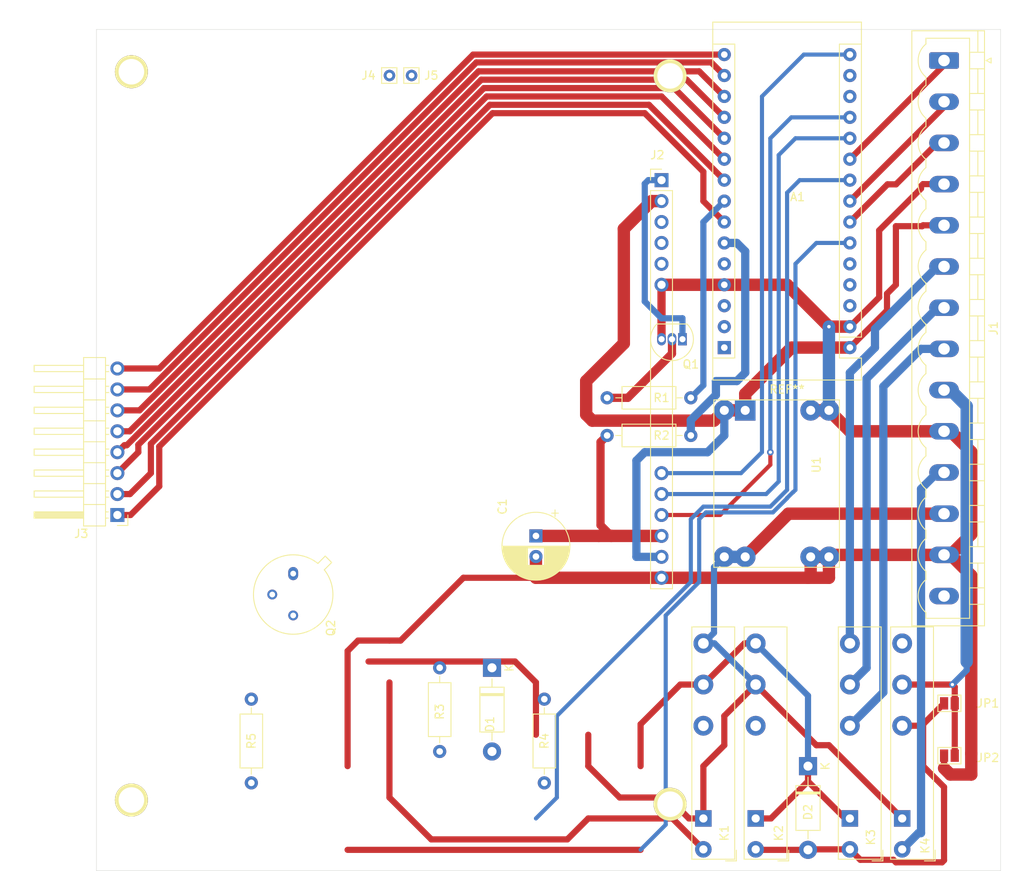
<source format=kicad_pcb>
(kicad_pcb (version 20171130) (host pcbnew "(5.1.0-9-gc61ec8ee3)")

  (general
    (thickness 1.6)
    (drawings 4)
    (tracks 276)
    (zones 0)
    (modules 27)
    (nets 52)
  )

  (page A4)
  (layers
    (0 F.Cu signal)
    (31 B.Cu signal)
    (32 B.Adhes user)
    (33 F.Adhes user)
    (34 B.Paste user)
    (35 F.Paste user)
    (36 B.SilkS user)
    (37 F.SilkS user)
    (38 B.Mask user)
    (39 F.Mask user)
    (40 Dwgs.User user)
    (41 Cmts.User user)
    (42 Eco1.User user)
    (43 Eco2.User user)
    (44 Edge.Cuts user)
    (45 Margin user)
    (46 B.CrtYd user)
    (47 F.CrtYd user)
    (48 B.Fab user)
    (49 F.Fab user)
  )

  (setup
    (last_trace_width 0.25)
    (user_trace_width 0.5)
    (user_trace_width 0.75)
    (user_trace_width 1)
    (user_trace_width 1.5)
    (trace_clearance 0.2)
    (zone_clearance 0.508)
    (zone_45_only no)
    (trace_min 0.2)
    (via_size 0.8)
    (via_drill 0.4)
    (via_min_size 0.4)
    (via_min_drill 0.3)
    (uvia_size 0.3)
    (uvia_drill 0.1)
    (uvias_allowed no)
    (uvia_min_size 0.2)
    (uvia_min_drill 0.1)
    (edge_width 0.05)
    (segment_width 0.2)
    (pcb_text_width 0.3)
    (pcb_text_size 1.5 1.5)
    (mod_edge_width 0.12)
    (mod_text_size 1 1)
    (mod_text_width 0.15)
    (pad_size 4 4)
    (pad_drill 3.1)
    (pad_to_mask_clearance 0.051)
    (solder_mask_min_width 0.25)
    (aux_axis_origin 104.14 134.61746)
    (visible_elements 7FFFFFFF)
    (pcbplotparams
      (layerselection 0x010f0_ffffffff)
      (usegerberextensions false)
      (usegerberattributes false)
      (usegerberadvancedattributes false)
      (creategerberjobfile false)
      (excludeedgelayer true)
      (linewidth 0.150000)
      (plotframeref false)
      (viasonmask false)
      (mode 1)
      (useauxorigin false)
      (hpglpennumber 1)
      (hpglpenspeed 20)
      (hpglpendiameter 15.000000)
      (psnegative false)
      (psa4output false)
      (plotreference true)
      (plotvalue true)
      (plotinvisibletext false)
      (padsonsilk false)
      (subtractmaskfromsilk false)
      (outputformat 1)
      (mirror false)
      (drillshape 0)
      (scaleselection 1)
      (outputdirectory "Gerber/"))
  )

  (net 0 "")
  (net 1 "Net-(A1-Pad1)")
  (net 2 "Net-(A1-Pad17)")
  (net 3 "Net-(A1-Pad2)")
  (net 4 "Net-(A1-Pad18)")
  (net 5 "Net-(A1-Pad3)")
  (net 6 "Net-(A1-Pad5)")
  (net 7 "Net-(A1-Pad26)")
  (net 8 "Net-(A1-Pad28)")
  (net 9 GND)
  (net 10 VCC-5V)
  (net 11 Ardu_D3)
  (net 12 "Net-(C1-Pad1)")
  (net 13 "Net-(J2-Pad1)")
  (net 14 "Net-(J2-Pad3)")
  (net 15 "Net-(J2-Pad4)")
  (net 16 "Net-(J2-Pad5)")
  (net 17 "Net-(A1-Pad27)")
  (net 18 Ardu_A5)
  (net 19 Ardu_D4)
  (net 20 Ardu_D12)
  (net 21 Ardu_D11)
  (net 22 Ardu_D10)
  (net 23 Ardu_D9)
  (net 24 Ardu_D8)
  (net 25 Ardu_D7)
  (net 26 Ardu_D6)
  (net 27 Ardu_D5)
  (net 28 Ardu_A0)
  (net 29 Ardu_D13)
  (net 30 Ardu_A1)
  (net 31 "Net-(Q1-Pad2)")
  (net 32 "Net-(J4-Pad1)")
  (net 33 "Net-(J5-Pad1)")
  (net 34 VCC-24V)
  (net 35 "Net-(K1-Pad12)")
  (net 36 "Net-(K2-Pad12)")
  (net 37 "Net-(Q2-Pad2)")
  (net 38 Ardu_A2)
  (net 39 Ardu_A4)
  (net 40 Ardu_A3)
  (net 41 Ardu_A6)
  (net 42 "Net-(D1-Pad2)")
  (net 43 "Net-(D2-Pad1)")
  (net 44 "Net-(D2-Pad2)")
  (net 45 ScrewTerm8-EmrgencyRelay12)
  (net 46 ScrewTerm9-EmrgencyRelay14)
  (net 47 ScrewTerm10-EmrgencyRelay11)
  (net 48 ScrewTerm11-EmergencyStopSwitch1)
  (net 49 ScrewTerm13-EmergencyStopSwitch3)
  (net 50 "Net-(J1-Pad14)")
  (net 51 "Net-(K4-Pad14)")

  (net_class Default "Dies ist die voreingestellte Netzklasse."
    (clearance 0.2)
    (trace_width 0.25)
    (via_dia 0.8)
    (via_drill 0.4)
    (uvia_dia 0.3)
    (uvia_drill 0.1)
    (add_net Ardu_A0)
    (add_net Ardu_A1)
    (add_net Ardu_A2)
    (add_net Ardu_A3)
    (add_net Ardu_A4)
    (add_net Ardu_A5)
    (add_net Ardu_A6)
    (add_net Ardu_D10)
    (add_net Ardu_D11)
    (add_net Ardu_D12)
    (add_net Ardu_D13)
    (add_net Ardu_D3)
    (add_net Ardu_D4)
    (add_net Ardu_D5)
    (add_net Ardu_D6)
    (add_net Ardu_D7)
    (add_net Ardu_D8)
    (add_net Ardu_D9)
    (add_net GND)
    (add_net "Net-(A1-Pad1)")
    (add_net "Net-(A1-Pad17)")
    (add_net "Net-(A1-Pad18)")
    (add_net "Net-(A1-Pad2)")
    (add_net "Net-(A1-Pad26)")
    (add_net "Net-(A1-Pad27)")
    (add_net "Net-(A1-Pad28)")
    (add_net "Net-(A1-Pad3)")
    (add_net "Net-(A1-Pad5)")
    (add_net "Net-(C1-Pad1)")
    (add_net "Net-(D1-Pad2)")
    (add_net "Net-(D2-Pad1)")
    (add_net "Net-(D2-Pad2)")
    (add_net "Net-(J1-Pad14)")
    (add_net "Net-(J2-Pad1)")
    (add_net "Net-(J2-Pad3)")
    (add_net "Net-(J2-Pad4)")
    (add_net "Net-(J2-Pad5)")
    (add_net "Net-(J4-Pad1)")
    (add_net "Net-(J5-Pad1)")
    (add_net "Net-(K1-Pad12)")
    (add_net "Net-(K2-Pad12)")
    (add_net "Net-(K4-Pad14)")
    (add_net "Net-(Q1-Pad2)")
    (add_net "Net-(Q2-Pad2)")
    (add_net ScrewTerm10-EmrgencyRelay11)
    (add_net ScrewTerm11-EmergencyStopSwitch1)
    (add_net ScrewTerm13-EmergencyStopSwitch3)
    (add_net ScrewTerm8-EmrgencyRelay12)
    (add_net ScrewTerm9-EmrgencyRelay14)
    (add_net VCC-24V)
    (add_net VCC-5V)
  )

  (module Socket_Arduino_Micro:1pin_Micro (layer F.Cu) (tedit 5D0371E7) (tstamp 5D03B585)
    (at 173.75886 126.54026)
    (descr "module 1 pin (ou trou mecanique de percage)")
    (tags DEV)
    (fp_text reference " " (at 0 0) (layer F.SilkS) hide
      (effects (font (size 1 1) (thickness 0.15)))
    )
    (fp_text value " " (at 0 1.397) (layer F.Fab)
      (effects (font (size 1 1) (thickness 0.15)))
    )
    (pad 1 thru_hole circle (at 0 0) (size 4 4) (drill 3.1) (layers *.Cu *.Mask F.SilkS))
  )

  (module Socket_Arduino_Micro:1pin_Micro (layer F.Cu) (tedit 5D0371E7) (tstamp 5D03B581)
    (at 108.37926 37.6428)
    (descr "module 1 pin (ou trou mecanique de percage)")
    (tags DEV)
    (fp_text reference " " (at 0 0) (layer F.SilkS) hide
      (effects (font (size 1 1) (thickness 0.15)))
    )
    (fp_text value " " (at 0 1.397) (layer F.Fab)
      (effects (font (size 1 1) (thickness 0.15)))
    )
    (pad 1 thru_hole circle (at 0 0) (size 4 4) (drill 3.1) (layers *.Cu *.Mask F.SilkS))
  )

  (module Socket_Arduino_Micro:1pin_Micro (layer F.Cu) (tedit 5D0371E7) (tstamp 5D03B57D)
    (at 173.75886 38.14826)
    (descr "module 1 pin (ou trou mecanique de percage)")
    (tags DEV)
    (fp_text reference " " (at 0 0) (layer F.SilkS) hide
      (effects (font (size 1 1) (thickness 0.15)))
    )
    (fp_text value " " (at 0 1.397) (layer F.Fab)
      (effects (font (size 1 1) (thickness 0.15)))
    )
    (pad 1 thru_hole circle (at 0 0) (size 4 4) (drill 3.1) (layers *.Cu *.Mask F.SilkS))
  )

  (module Socket_Arduino_Micro:1pin_Micro (layer F.Cu) (tedit 5D0371E7) (tstamp 5D03B579)
    (at 108.37926 126.0348)
    (descr "module 1 pin (ou trou mecanique de percage)")
    (tags DEV)
    (fp_text reference " " (at 0 0) (layer F.SilkS) hide
      (effects (font (size 1 1) (thickness 0.15)))
    )
    (fp_text value " " (at 0 1.397) (layer F.Fab)
      (effects (font (size 1 1) (thickness 0.15)))
    )
    (pad 1 thru_hole circle (at 0 0) (size 4 4) (drill 3.1) (layers *.Cu *.Mask F.SilkS))
  )

  (module Module:Arduino_Nano_Miror (layer F.Cu) (tedit 5CDFFA50) (tstamp 5CE03983)
    (at 187.96 53.34 180)
    (path /5CDFD485)
    (fp_text reference A1 (at -1.27 0.5 180) (layer F.SilkS)
      (effects (font (size 1 1) (thickness 0.15)))
    )
    (fp_text value Arduino_Nano_v3.x (at -1.27 -0.5 180) (layer F.Fab)
      (effects (font (size 1 1) (thickness 0.15)))
    )
    (fp_line (start -3.81 13.97) (end 3.81 13.97) (layer F.Fab) (width 0.1))
    (fp_line (start -6.35 19.05) (end -9.02 19.05) (layer F.SilkS) (width 0.12))
    (fp_line (start -6.35 -16.51) (end -6.35 19.05) (layer F.SilkS) (width 0.12))
    (fp_line (start -6.35 -16.51) (end -9.02 -16.51) (layer F.SilkS) (width 0.12))
    (fp_line (start 6.35 -19.05) (end 6.35 19.05) (layer F.SilkS) (width 0.12))
    (fp_line (start -9.02 -16.51) (end -9.02 21.72) (layer F.SilkS) (width 0.12))
    (fp_line (start 6.35 19.05) (end 9.02 19.05) (layer F.SilkS) (width 0.12))
    (fp_text user REF** (at 0 -22.86 180) (layer F.SilkS)
      (effects (font (size 1 1) (thickness 0.15)))
    )
    (fp_line (start 6.35 -19.05) (end 9.02 -19.05) (layer F.SilkS) (width 0.12))
    (fp_line (start 9.13 24.38) (end -9.15 24.38) (layer F.CrtYd) (width 0.05))
    (fp_line (start 9.13 24.38) (end 9.13 -21.84) (layer F.CrtYd) (width 0.05))
    (fp_line (start -9.15 -21.84) (end -9.15 24.38) (layer F.CrtYd) (width 0.05))
    (fp_line (start -9.15 -21.84) (end 9.13 -21.84) (layer F.CrtYd) (width 0.05))
    (fp_line (start 8.89 -21.59) (end 8.89 21.59) (layer F.Fab) (width 0.1))
    (fp_line (start -7.62 -21.59) (end 8.89 -21.59) (layer F.Fab) (width 0.1))
    (fp_line (start -8.89 -20.32) (end -7.62 -21.59) (layer F.Fab) (width 0.1))
    (fp_line (start -8.89 21.59) (end -8.89 -20.32) (layer F.Fab) (width 0.1))
    (fp_line (start 8.89 21.59) (end -8.89 21.59) (layer F.Fab) (width 0.1))
    (fp_line (start 9.02 -21.72) (end -9.02 -21.72) (layer F.SilkS) (width 0.12))
    (fp_line (start 9.02 21.72) (end 9.02 -21.72) (layer F.SilkS) (width 0.12))
    (fp_line (start -9.02 21.72) (end 9.02 21.72) (layer F.SilkS) (width 0.12))
    (fp_line (start -9.02 -21.72) (end -9.02 -19.05) (layer F.SilkS) (width 0.12))
    (fp_line (start -3.81 24.13) (end -3.81 13.97) (layer F.Fab) (width 0.1))
    (fp_line (start 3.81 24.13) (end -3.81 24.13) (layer F.Fab) (width 0.1))
    (fp_line (start 3.81 13.97) (end 3.81 24.13) (layer F.Fab) (width 0.1))
    (fp_line (start -6.35 -16.51) (end -6.35 -19.05) (layer F.SilkS) (width 0.12))
    (fp_line (start -6.35 -19.05) (end -9.02 -19.05) (layer F.SilkS) (width 0.12))
    (pad 18 thru_hole oval (at -7.62 12.7 180) (size 1.6 1.6) (drill 0.8) (layers *.Cu *.Mask)
      (net 4 "Net-(A1-Pad18)"))
    (pad 3 thru_hole oval (at 7.62 -12.7 180) (size 1.6 1.6) (drill 0.8) (layers *.Cu *.Mask)
      (net 5 "Net-(A1-Pad3)"))
    (pad 23 thru_hole oval (at -7.62 0 180) (size 1.6 1.6) (drill 0.8) (layers *.Cu *.Mask)
      (net 39 Ardu_A4))
    (pad 1 thru_hole rect (at 7.62 -17.78 180) (size 1.6 1.6) (drill 0.8) (layers *.Cu *.Mask)
      (net 1 "Net-(A1-Pad1)"))
    (pad 21 thru_hole oval (at -7.62 5.08 180) (size 1.6 1.6) (drill 0.8) (layers *.Cu *.Mask)
      (net 38 Ardu_A2))
    (pad 17 thru_hole oval (at -7.62 15.24 180) (size 1.6 1.6) (drill 0.8) (layers *.Cu *.Mask)
      (net 2 "Net-(A1-Pad17)"))
    (pad 4 thru_hole oval (at 7.62 -10.16 180) (size 1.6 1.6) (drill 0.8) (layers *.Cu *.Mask)
      (net 9 GND))
    (pad 6 thru_hole oval (at 7.62 -5.08 180) (size 1.6 1.6) (drill 0.8) (layers *.Cu *.Mask)
      (net 11 Ardu_D3))
    (pad 7 thru_hole oval (at 7.62 -2.54 180) (size 1.6 1.6) (drill 0.8) (layers *.Cu *.Mask)
      (net 19 Ardu_D4))
    (pad 19 thru_hole oval (at -7.62 10.16 180) (size 1.6 1.6) (drill 0.8) (layers *.Cu *.Mask)
      (net 28 Ardu_A0))
    (pad 16 thru_hole oval (at -7.62 17.78 180) (size 1.6 1.6) (drill 0.8) (layers *.Cu *.Mask)
      (net 29 Ardu_D13))
    (pad 15 thru_hole oval (at 7.62 17.78 180) (size 1.6 1.6) (drill 0.8) (layers *.Cu *.Mask)
      (net 20 Ardu_D12))
    (pad 30 thru_hole oval (at -7.62 -17.78 180) (size 1.6 1.6) (drill 0.8) (layers *.Cu *.Mask)
      (net 10 VCC-5V))
    (pad 14 thru_hole oval (at 7.62 15.24 180) (size 1.6 1.6) (drill 0.8) (layers *.Cu *.Mask)
      (net 21 Ardu_D11))
    (pad 29 thru_hole oval (at -7.62 -15.24 180) (size 1.6 1.6) (drill 0.8) (layers *.Cu *.Mask)
      (net 9 GND))
    (pad 13 thru_hole oval (at 7.62 12.7 180) (size 1.6 1.6) (drill 0.8) (layers *.Cu *.Mask)
      (net 22 Ardu_D10))
    (pad 28 thru_hole oval (at -7.62 -12.7 180) (size 1.6 1.6) (drill 0.8) (layers *.Cu *.Mask)
      (net 8 "Net-(A1-Pad28)"))
    (pad 12 thru_hole oval (at 7.62 10.16 180) (size 1.6 1.6) (drill 0.8) (layers *.Cu *.Mask)
      (net 23 Ardu_D9))
    (pad 27 thru_hole oval (at -7.62 -10.16 180) (size 1.6 1.6) (drill 0.8) (layers *.Cu *.Mask)
      (net 17 "Net-(A1-Pad27)"))
    (pad 11 thru_hole oval (at 7.62 7.62 180) (size 1.6 1.6) (drill 0.8) (layers *.Cu *.Mask)
      (net 24 Ardu_D8))
    (pad 26 thru_hole oval (at -7.62 -7.62 180) (size 1.6 1.6) (drill 0.8) (layers *.Cu *.Mask)
      (net 7 "Net-(A1-Pad26)"))
    (pad 10 thru_hole oval (at 7.62 5.08 180) (size 1.6 1.6) (drill 0.8) (layers *.Cu *.Mask)
      (net 25 Ardu_D7))
    (pad 25 thru_hole oval (at -7.62 -5.08 180) (size 1.6 1.6) (drill 0.8) (layers *.Cu *.Mask)
      (net 41 Ardu_A6))
    (pad 9 thru_hole oval (at 7.62 2.54 180) (size 1.6 1.6) (drill 0.8) (layers *.Cu *.Mask)
      (net 26 Ardu_D6))
    (pad 20 thru_hole oval (at -7.62 7.62 180) (size 1.6 1.6) (drill 0.8) (layers *.Cu *.Mask)
      (net 30 Ardu_A1))
    (pad 2 thru_hole oval (at 7.62 -15.24 180) (size 1.6 1.6) (drill 0.8) (layers *.Cu *.Mask)
      (net 3 "Net-(A1-Pad2)"))
    (pad 22 thru_hole oval (at -7.62 2.54 180) (size 1.6 1.6) (drill 0.8) (layers *.Cu *.Mask)
      (net 40 Ardu_A3))
    (pad 5 thru_hole oval (at 7.62 -7.62 180) (size 1.6 1.6) (drill 0.8) (layers *.Cu *.Mask)
      (net 6 "Net-(A1-Pad5)"))
    (pad 24 thru_hole oval (at -7.62 -2.54 180) (size 1.6 1.6) (drill 0.8) (layers *.Cu *.Mask)
      (net 18 Ardu_A5))
    (pad 8 thru_hole oval (at 7.62 0 180) (size 1.6 1.6) (drill 0.8) (layers *.Cu *.Mask)
      (net 27 Ardu_D5))
  )

  (module Converter_DCDC:Converter_DCDC (layer F.Cu) (tedit 5CE008B8) (tstamp 5CE05239)
    (at 193.04 76.2 270)
    (descr "Longri ")
    (tags "Longri DCDC-Converter")
    (path /5CE029C5)
    (fp_text reference U1 (at 9.144 1.524 90) (layer F.SilkS)
      (effects (font (size 1 1) (thickness 0.15)))
    )
    (fp_text value DC-DC_Stepdown-Zimprich (at 11 7.62 270) (layer F.Fab)
      (effects (font (size 1 1) (thickness 0.15)))
    )
    (fp_line (start 21.59 -1.27) (end 21.59 13.97) (layer F.CrtYd) (width 0.05))
    (fp_line (start 21.59 13.97) (end 1.27 13.97) (layer F.CrtYd) (width 0.05))
    (fp_line (start 1.27 13.97) (end 1.27 -1.27) (layer F.CrtYd) (width 0.05))
    (fp_line (start 1.27 -1.27) (end 21.59 -1.27) (layer F.CrtYd) (width 0.05))
    (fp_line (start 21.59 -1.27) (end 21.59 13.97) (layer F.SilkS) (width 0.12))
    (fp_line (start 21.59 13.97) (end 1.27 13.97) (layer F.SilkS) (width 0.12))
    (fp_line (start 1.27 13.97) (end 1.27 -1.27) (layer F.SilkS) (width 0.12))
    (fp_line (start 1.27 -1.27) (end 21.59 -1.27) (layer F.SilkS) (width 0.12))
    (fp_line (start 1.27 -1.27) (end 1.27 13.97) (layer F.Fab) (width 0.1))
    (fp_line (start 1.27 13.97) (end 21.59 13.97) (layer F.Fab) (width 0.1))
    (fp_line (start 21.59 -1.27) (end 21.59 13.97) (layer F.Fab) (width 0.1))
    (fp_text user %R (at 10 10 270) (layer F.Fab)
      (effects (font (size 1 1) (thickness 0.15)))
    )
    (pad 3 thru_hole circle (at 20.32 10.16 180) (size 2.5 2.5) (drill 1.1) (layers *.Cu *.Mask)
      (net 34 VCC-24V))
    (pad 2 thru_hole rect (at 2.54 10.16 180) (size 2.5 2.5) (drill 1.1) (layers *.Cu *.Mask)
      (net 10 VCC-5V))
    (pad 4 thru_hole circle (at 20.32 2.22 180) (size 2.5 2.5) (drill 1.1) (layers *.Cu *.Mask)
      (net 9 GND))
    (pad 1 thru_hole circle (at 2.54 2.22 180) (size 2.5 2.5) (drill 1.1) (layers *.Cu *.Mask)
      (net 9 GND))
    (pad 3 thru_hole circle (at 20.32 12.7 180) (size 2.5 2.5) (drill 1.1) (layers *.Cu *.Mask)
      (net 34 VCC-24V))
    (pad 2 thru_hole circle (at 2.54 12.7 180) (size 2.5 2.5) (drill 1.1) (layers *.Cu *.Mask)
      (net 10 VCC-5V))
    (pad 1 thru_hole circle (at 2.54 0 180) (size 2.5 2.5) (drill 1.1) (layers *.Cu *.Mask)
      (net 9 GND))
    (pad 4 thru_hole circle (at 20.32 0 180) (size 2.5 2.5) (drill 1.1) (layers *.Cu *.Mask)
      (net 9 GND))
    (model ${KISYS3DMOD}/Converter_ACDC.3dshapes/Converter_ACDC_Hahn_HS-400xx_THT.wrl
      (at (xyz 0 0 0))
      (scale (xyz 1 1 1))
      (rotate (xyz 0 0 0))
    )
  )

  (module Connector_PinHeader_2.54mm:PinHeader_1x08_P2.54mm_Horizontal_invert (layer F.Cu) (tedit 5CE01121) (tstamp 5CE06B51)
    (at 106.68 91.44 180)
    (descr "Through hole angled pin header, 1x08, 2.54mm pitch, 6mm pin length, single row")
    (tags "Through hole angled pin header THT 1x08 2.54mm single row")
    (path /5CE28136)
    (fp_text reference J3 (at 4.385 -2.27 180) (layer F.SilkS)
      (effects (font (size 1 1) (thickness 0.15)))
    )
    (fp_text value Conn_01x08_Male_KeyPad (at 4.385 20.05 180) (layer F.Fab)
      (effects (font (size 1 1) (thickness 0.15)))
    )
    (fp_line (start 2.135 -1.27) (end 4.04 -1.27) (layer F.Fab) (width 0.1))
    (fp_line (start 4.04 -1.27) (end 4.04 19.05) (layer F.Fab) (width 0.1))
    (fp_line (start 4.04 19.05) (end 1.5 19.05) (layer F.Fab) (width 0.1))
    (fp_line (start 1.5 19.05) (end 1.5 -0.635) (layer F.Fab) (width 0.1))
    (fp_line (start 1.5 -0.635) (end 2.135 -1.27) (layer F.Fab) (width 0.1))
    (fp_line (start -0.32 -0.32) (end 1.5 -0.32) (layer F.Fab) (width 0.1))
    (fp_line (start -0.32 -0.32) (end -0.32 0.32) (layer F.Fab) (width 0.1))
    (fp_line (start -0.32 0.32) (end 1.5 0.32) (layer F.Fab) (width 0.1))
    (fp_line (start 4.04 -0.32) (end 10.04 -0.32) (layer F.Fab) (width 0.1))
    (fp_line (start 10.04 -0.32) (end 10.04 0.32) (layer F.Fab) (width 0.1))
    (fp_line (start 4.04 0.32) (end 10.04 0.32) (layer F.Fab) (width 0.1))
    (fp_line (start -0.32 2.22) (end 1.5 2.22) (layer F.Fab) (width 0.1))
    (fp_line (start -0.32 2.22) (end -0.32 2.86) (layer F.Fab) (width 0.1))
    (fp_line (start -0.32 2.86) (end 1.5 2.86) (layer F.Fab) (width 0.1))
    (fp_line (start 4.04 2.22) (end 10.04 2.22) (layer F.Fab) (width 0.1))
    (fp_line (start 10.04 2.22) (end 10.04 2.86) (layer F.Fab) (width 0.1))
    (fp_line (start 4.04 2.86) (end 10.04 2.86) (layer F.Fab) (width 0.1))
    (fp_line (start -0.32 4.76) (end 1.5 4.76) (layer F.Fab) (width 0.1))
    (fp_line (start -0.32 4.76) (end -0.32 5.4) (layer F.Fab) (width 0.1))
    (fp_line (start -0.32 5.4) (end 1.5 5.4) (layer F.Fab) (width 0.1))
    (fp_line (start 4.04 4.76) (end 10.04 4.76) (layer F.Fab) (width 0.1))
    (fp_line (start 10.04 4.76) (end 10.04 5.4) (layer F.Fab) (width 0.1))
    (fp_line (start 4.04 5.4) (end 10.04 5.4) (layer F.Fab) (width 0.1))
    (fp_line (start -0.32 7.3) (end 1.5 7.3) (layer F.Fab) (width 0.1))
    (fp_line (start -0.32 7.3) (end -0.32 7.94) (layer F.Fab) (width 0.1))
    (fp_line (start -0.32 7.94) (end 1.5 7.94) (layer F.Fab) (width 0.1))
    (fp_line (start 4.04 7.3) (end 10.04 7.3) (layer F.Fab) (width 0.1))
    (fp_line (start 10.04 7.3) (end 10.04 7.94) (layer F.Fab) (width 0.1))
    (fp_line (start 4.04 7.94) (end 10.04 7.94) (layer F.Fab) (width 0.1))
    (fp_line (start -0.32 9.84) (end 1.5 9.84) (layer F.Fab) (width 0.1))
    (fp_line (start -0.32 9.84) (end -0.32 10.48) (layer F.Fab) (width 0.1))
    (fp_line (start -0.32 10.48) (end 1.5 10.48) (layer F.Fab) (width 0.1))
    (fp_line (start 4.04 9.84) (end 10.04 9.84) (layer F.Fab) (width 0.1))
    (fp_line (start 10.04 9.84) (end 10.04 10.48) (layer F.Fab) (width 0.1))
    (fp_line (start 4.04 10.48) (end 10.04 10.48) (layer F.Fab) (width 0.1))
    (fp_line (start -0.32 12.38) (end 1.5 12.38) (layer F.Fab) (width 0.1))
    (fp_line (start -0.32 12.38) (end -0.32 13.02) (layer F.Fab) (width 0.1))
    (fp_line (start -0.32 13.02) (end 1.5 13.02) (layer F.Fab) (width 0.1))
    (fp_line (start 4.04 12.38) (end 10.04 12.38) (layer F.Fab) (width 0.1))
    (fp_line (start 10.04 12.38) (end 10.04 13.02) (layer F.Fab) (width 0.1))
    (fp_line (start 4.04 13.02) (end 10.04 13.02) (layer F.Fab) (width 0.1))
    (fp_line (start -0.32 14.92) (end 1.5 14.92) (layer F.Fab) (width 0.1))
    (fp_line (start -0.32 14.92) (end -0.32 15.56) (layer F.Fab) (width 0.1))
    (fp_line (start -0.32 15.56) (end 1.5 15.56) (layer F.Fab) (width 0.1))
    (fp_line (start 4.04 14.92) (end 10.04 14.92) (layer F.Fab) (width 0.1))
    (fp_line (start 10.04 14.92) (end 10.04 15.56) (layer F.Fab) (width 0.1))
    (fp_line (start 4.04 15.56) (end 10.04 15.56) (layer F.Fab) (width 0.1))
    (fp_line (start -0.32 17.46) (end 1.5 17.46) (layer F.Fab) (width 0.1))
    (fp_line (start -0.32 17.46) (end -0.32 18.1) (layer F.Fab) (width 0.1))
    (fp_line (start -0.32 18.1) (end 1.5 18.1) (layer F.Fab) (width 0.1))
    (fp_line (start 4.04 17.46) (end 10.04 17.46) (layer F.Fab) (width 0.1))
    (fp_line (start 10.04 17.46) (end 10.04 18.1) (layer F.Fab) (width 0.1))
    (fp_line (start 4.04 18.1) (end 10.04 18.1) (layer F.Fab) (width 0.1))
    (fp_line (start 1.44 -1.33) (end 1.44 19.11) (layer F.SilkS) (width 0.12))
    (fp_line (start 1.44 19.11) (end 4.1 19.11) (layer F.SilkS) (width 0.12))
    (fp_line (start 4.1 19.11) (end 4.1 -1.33) (layer F.SilkS) (width 0.12))
    (fp_line (start 4.1 -1.33) (end 1.44 -1.33) (layer F.SilkS) (width 0.12))
    (fp_line (start 4.1 -0.38) (end 10.1 -0.38) (layer F.SilkS) (width 0.12))
    (fp_line (start 10.1 -0.38) (end 10.1 0.38) (layer F.SilkS) (width 0.12))
    (fp_line (start 10.1 0.38) (end 4.1 0.38) (layer F.SilkS) (width 0.12))
    (fp_line (start 4.1 -0.32) (end 10.1 -0.32) (layer F.SilkS) (width 0.12))
    (fp_line (start 4.1 -0.2) (end 10.1 -0.2) (layer F.SilkS) (width 0.12))
    (fp_line (start 4.1 -0.08) (end 10.1 -0.08) (layer F.SilkS) (width 0.12))
    (fp_line (start 4.1 0.04) (end 10.1 0.04) (layer F.SilkS) (width 0.12))
    (fp_line (start 4.1 0.16) (end 10.1 0.16) (layer F.SilkS) (width 0.12))
    (fp_line (start 4.1 0.28) (end 10.1 0.28) (layer F.SilkS) (width 0.12))
    (fp_line (start 1.11 -0.38) (end 1.44 -0.38) (layer F.SilkS) (width 0.12))
    (fp_line (start 1.11 0.38) (end 1.44 0.38) (layer F.SilkS) (width 0.12))
    (fp_line (start 1.44 1.27) (end 4.1 1.27) (layer F.SilkS) (width 0.12))
    (fp_line (start 4.1 2.16) (end 10.1 2.16) (layer F.SilkS) (width 0.12))
    (fp_line (start 10.1 2.16) (end 10.1 2.92) (layer F.SilkS) (width 0.12))
    (fp_line (start 10.1 2.92) (end 4.1 2.92) (layer F.SilkS) (width 0.12))
    (fp_line (start 1.042929 2.16) (end 1.44 2.16) (layer F.SilkS) (width 0.12))
    (fp_line (start 1.042929 2.92) (end 1.44 2.92) (layer F.SilkS) (width 0.12))
    (fp_line (start 1.44 3.81) (end 4.1 3.81) (layer F.SilkS) (width 0.12))
    (fp_line (start 4.1 4.7) (end 10.1 4.7) (layer F.SilkS) (width 0.12))
    (fp_line (start 10.1 4.7) (end 10.1 5.46) (layer F.SilkS) (width 0.12))
    (fp_line (start 10.1 5.46) (end 4.1 5.46) (layer F.SilkS) (width 0.12))
    (fp_line (start 1.042929 4.7) (end 1.44 4.7) (layer F.SilkS) (width 0.12))
    (fp_line (start 1.042929 5.46) (end 1.44 5.46) (layer F.SilkS) (width 0.12))
    (fp_line (start 1.44 6.35) (end 4.1 6.35) (layer F.SilkS) (width 0.12))
    (fp_line (start 4.1 7.24) (end 10.1 7.24) (layer F.SilkS) (width 0.12))
    (fp_line (start 10.1 7.24) (end 10.1 8) (layer F.SilkS) (width 0.12))
    (fp_line (start 10.1 8) (end 4.1 8) (layer F.SilkS) (width 0.12))
    (fp_line (start 1.042929 7.24) (end 1.44 7.24) (layer F.SilkS) (width 0.12))
    (fp_line (start 1.042929 8) (end 1.44 8) (layer F.SilkS) (width 0.12))
    (fp_line (start 1.44 8.89) (end 4.1 8.89) (layer F.SilkS) (width 0.12))
    (fp_line (start 4.1 9.78) (end 10.1 9.78) (layer F.SilkS) (width 0.12))
    (fp_line (start 10.1 9.78) (end 10.1 10.54) (layer F.SilkS) (width 0.12))
    (fp_line (start 10.1 10.54) (end 4.1 10.54) (layer F.SilkS) (width 0.12))
    (fp_line (start 1.042929 9.78) (end 1.44 9.78) (layer F.SilkS) (width 0.12))
    (fp_line (start 1.042929 10.54) (end 1.44 10.54) (layer F.SilkS) (width 0.12))
    (fp_line (start 1.44 11.43) (end 4.1 11.43) (layer F.SilkS) (width 0.12))
    (fp_line (start 4.1 12.32) (end 10.1 12.32) (layer F.SilkS) (width 0.12))
    (fp_line (start 10.1 12.32) (end 10.1 13.08) (layer F.SilkS) (width 0.12))
    (fp_line (start 10.1 13.08) (end 4.1 13.08) (layer F.SilkS) (width 0.12))
    (fp_line (start 1.042929 12.32) (end 1.44 12.32) (layer F.SilkS) (width 0.12))
    (fp_line (start 1.042929 13.08) (end 1.44 13.08) (layer F.SilkS) (width 0.12))
    (fp_line (start 1.44 13.97) (end 4.1 13.97) (layer F.SilkS) (width 0.12))
    (fp_line (start 4.1 14.86) (end 10.1 14.86) (layer F.SilkS) (width 0.12))
    (fp_line (start 10.1 14.86) (end 10.1 15.62) (layer F.SilkS) (width 0.12))
    (fp_line (start 10.1 15.62) (end 4.1 15.62) (layer F.SilkS) (width 0.12))
    (fp_line (start 1.042929 14.86) (end 1.44 14.86) (layer F.SilkS) (width 0.12))
    (fp_line (start 1.042929 15.62) (end 1.44 15.62) (layer F.SilkS) (width 0.12))
    (fp_line (start 1.44 16.51) (end 4.1 16.51) (layer F.SilkS) (width 0.12))
    (fp_line (start 4.1 17.4) (end 10.1 17.4) (layer F.SilkS) (width 0.12))
    (fp_line (start 10.1 17.4) (end 10.1 18.16) (layer F.SilkS) (width 0.12))
    (fp_line (start 10.1 18.16) (end 4.1 18.16) (layer F.SilkS) (width 0.12))
    (fp_line (start 1.042929 17.4) (end 1.44 17.4) (layer F.SilkS) (width 0.12))
    (fp_line (start 1.042929 18.16) (end 1.44 18.16) (layer F.SilkS) (width 0.12))
    (fp_line (start -1.27 0) (end -1.27 -1.27) (layer F.SilkS) (width 0.12))
    (fp_line (start -1.27 -1.27) (end 0 -1.27) (layer F.SilkS) (width 0.12))
    (fp_line (start -1.8 -1.8) (end -1.8 19.55) (layer F.CrtYd) (width 0.05))
    (fp_line (start -1.8 19.55) (end 10.55 19.55) (layer F.CrtYd) (width 0.05))
    (fp_line (start 10.55 19.55) (end 10.55 -1.8) (layer F.CrtYd) (width 0.05))
    (fp_line (start 10.55 -1.8) (end -1.8 -1.8) (layer F.CrtYd) (width 0.05))
    (fp_text user %R (at 2.77 8.89 270) (layer F.Fab)
      (effects (font (size 1 1) (thickness 0.15)))
    )
    (pad 8 thru_hole rect (at 0 0 180) (size 1.7 1.7) (drill 1) (layers *.Cu *.Mask)
      (net 19 Ardu_D4))
    (pad 7 thru_hole oval (at 0 2.54 180) (size 1.7 1.7) (drill 1) (layers *.Cu *.Mask)
      (net 26 Ardu_D6))
    (pad 6 thru_hole oval (at 0 5.08 180) (size 1.7 1.7) (drill 1) (layers *.Cu *.Mask)
      (net 25 Ardu_D7))
    (pad 5 thru_hole oval (at 0 7.62 180) (size 1.7 1.7) (drill 1) (layers *.Cu *.Mask)
      (net 24 Ardu_D8))
    (pad 4 thru_hole oval (at 0 10.16 180) (size 1.7 1.7) (drill 1) (layers *.Cu *.Mask)
      (net 23 Ardu_D9))
    (pad 3 thru_hole oval (at 0 12.7 180) (size 1.7 1.7) (drill 1) (layers *.Cu *.Mask)
      (net 22 Ardu_D10))
    (pad 2 thru_hole oval (at 0 15.24 180) (size 1.7 1.7) (drill 1) (layers *.Cu *.Mask)
      (net 21 Ardu_D11))
    (pad 1 thru_hole oval (at 0 17.78 180) (size 1.7 1.7) (drill 1) (layers *.Cu *.Mask)
      (net 20 Ardu_D12))
    (model ${KISYS3DMOD}/Connector_PinHeader_2.54mm.3dshapes/PinHeader_1x08_P2.54mm_Horizontal.wrl
      (at (xyz 0 0 0))
      (scale (xyz 1 1 1))
      (rotate (xyz 0 0 0))
    )
  )

  (module Capacitor_THT:CP_Radial_D8.0mm_P2.50mm (layer F.Cu) (tedit 5AE50EF0) (tstamp 5D024C85)
    (at 157.48 93.98 270)
    (descr "CP, Radial series, Radial, pin pitch=2.50mm, , diameter=8mm, Electrolytic Capacitor")
    (tags "CP Radial series Radial pin pitch 2.50mm  diameter 8mm Electrolytic Capacitor")
    (path /5CED8FBC/5CEEE166)
    (fp_text reference C1 (at -3.556 4.064 270) (layer F.SilkS)
      (effects (font (size 1 1) (thickness 0.15)))
    )
    (fp_text value CP (at 1.25 5.25 270) (layer F.Fab)
      (effects (font (size 1 1) (thickness 0.15)))
    )
    (fp_circle (center 1.25 0) (end 5.25 0) (layer F.Fab) (width 0.1))
    (fp_circle (center 1.25 0) (end 5.37 0) (layer F.SilkS) (width 0.12))
    (fp_circle (center 1.25 0) (end 5.5 0) (layer F.CrtYd) (width 0.05))
    (fp_line (start -2.176759 -1.7475) (end -1.376759 -1.7475) (layer F.Fab) (width 0.1))
    (fp_line (start -1.776759 -2.1475) (end -1.776759 -1.3475) (layer F.Fab) (width 0.1))
    (fp_line (start 1.25 -4.08) (end 1.25 4.08) (layer F.SilkS) (width 0.12))
    (fp_line (start 1.29 -4.08) (end 1.29 4.08) (layer F.SilkS) (width 0.12))
    (fp_line (start 1.33 -4.08) (end 1.33 4.08) (layer F.SilkS) (width 0.12))
    (fp_line (start 1.37 -4.079) (end 1.37 4.079) (layer F.SilkS) (width 0.12))
    (fp_line (start 1.41 -4.077) (end 1.41 4.077) (layer F.SilkS) (width 0.12))
    (fp_line (start 1.45 -4.076) (end 1.45 4.076) (layer F.SilkS) (width 0.12))
    (fp_line (start 1.49 -4.074) (end 1.49 -1.04) (layer F.SilkS) (width 0.12))
    (fp_line (start 1.49 1.04) (end 1.49 4.074) (layer F.SilkS) (width 0.12))
    (fp_line (start 1.53 -4.071) (end 1.53 -1.04) (layer F.SilkS) (width 0.12))
    (fp_line (start 1.53 1.04) (end 1.53 4.071) (layer F.SilkS) (width 0.12))
    (fp_line (start 1.57 -4.068) (end 1.57 -1.04) (layer F.SilkS) (width 0.12))
    (fp_line (start 1.57 1.04) (end 1.57 4.068) (layer F.SilkS) (width 0.12))
    (fp_line (start 1.61 -4.065) (end 1.61 -1.04) (layer F.SilkS) (width 0.12))
    (fp_line (start 1.61 1.04) (end 1.61 4.065) (layer F.SilkS) (width 0.12))
    (fp_line (start 1.65 -4.061) (end 1.65 -1.04) (layer F.SilkS) (width 0.12))
    (fp_line (start 1.65 1.04) (end 1.65 4.061) (layer F.SilkS) (width 0.12))
    (fp_line (start 1.69 -4.057) (end 1.69 -1.04) (layer F.SilkS) (width 0.12))
    (fp_line (start 1.69 1.04) (end 1.69 4.057) (layer F.SilkS) (width 0.12))
    (fp_line (start 1.73 -4.052) (end 1.73 -1.04) (layer F.SilkS) (width 0.12))
    (fp_line (start 1.73 1.04) (end 1.73 4.052) (layer F.SilkS) (width 0.12))
    (fp_line (start 1.77 -4.048) (end 1.77 -1.04) (layer F.SilkS) (width 0.12))
    (fp_line (start 1.77 1.04) (end 1.77 4.048) (layer F.SilkS) (width 0.12))
    (fp_line (start 1.81 -4.042) (end 1.81 -1.04) (layer F.SilkS) (width 0.12))
    (fp_line (start 1.81 1.04) (end 1.81 4.042) (layer F.SilkS) (width 0.12))
    (fp_line (start 1.85 -4.037) (end 1.85 -1.04) (layer F.SilkS) (width 0.12))
    (fp_line (start 1.85 1.04) (end 1.85 4.037) (layer F.SilkS) (width 0.12))
    (fp_line (start 1.89 -4.03) (end 1.89 -1.04) (layer F.SilkS) (width 0.12))
    (fp_line (start 1.89 1.04) (end 1.89 4.03) (layer F.SilkS) (width 0.12))
    (fp_line (start 1.93 -4.024) (end 1.93 -1.04) (layer F.SilkS) (width 0.12))
    (fp_line (start 1.93 1.04) (end 1.93 4.024) (layer F.SilkS) (width 0.12))
    (fp_line (start 1.971 -4.017) (end 1.971 -1.04) (layer F.SilkS) (width 0.12))
    (fp_line (start 1.971 1.04) (end 1.971 4.017) (layer F.SilkS) (width 0.12))
    (fp_line (start 2.011 -4.01) (end 2.011 -1.04) (layer F.SilkS) (width 0.12))
    (fp_line (start 2.011 1.04) (end 2.011 4.01) (layer F.SilkS) (width 0.12))
    (fp_line (start 2.051 -4.002) (end 2.051 -1.04) (layer F.SilkS) (width 0.12))
    (fp_line (start 2.051 1.04) (end 2.051 4.002) (layer F.SilkS) (width 0.12))
    (fp_line (start 2.091 -3.994) (end 2.091 -1.04) (layer F.SilkS) (width 0.12))
    (fp_line (start 2.091 1.04) (end 2.091 3.994) (layer F.SilkS) (width 0.12))
    (fp_line (start 2.131 -3.985) (end 2.131 -1.04) (layer F.SilkS) (width 0.12))
    (fp_line (start 2.131 1.04) (end 2.131 3.985) (layer F.SilkS) (width 0.12))
    (fp_line (start 2.171 -3.976) (end 2.171 -1.04) (layer F.SilkS) (width 0.12))
    (fp_line (start 2.171 1.04) (end 2.171 3.976) (layer F.SilkS) (width 0.12))
    (fp_line (start 2.211 -3.967) (end 2.211 -1.04) (layer F.SilkS) (width 0.12))
    (fp_line (start 2.211 1.04) (end 2.211 3.967) (layer F.SilkS) (width 0.12))
    (fp_line (start 2.251 -3.957) (end 2.251 -1.04) (layer F.SilkS) (width 0.12))
    (fp_line (start 2.251 1.04) (end 2.251 3.957) (layer F.SilkS) (width 0.12))
    (fp_line (start 2.291 -3.947) (end 2.291 -1.04) (layer F.SilkS) (width 0.12))
    (fp_line (start 2.291 1.04) (end 2.291 3.947) (layer F.SilkS) (width 0.12))
    (fp_line (start 2.331 -3.936) (end 2.331 -1.04) (layer F.SilkS) (width 0.12))
    (fp_line (start 2.331 1.04) (end 2.331 3.936) (layer F.SilkS) (width 0.12))
    (fp_line (start 2.371 -3.925) (end 2.371 -1.04) (layer F.SilkS) (width 0.12))
    (fp_line (start 2.371 1.04) (end 2.371 3.925) (layer F.SilkS) (width 0.12))
    (fp_line (start 2.411 -3.914) (end 2.411 -1.04) (layer F.SilkS) (width 0.12))
    (fp_line (start 2.411 1.04) (end 2.411 3.914) (layer F.SilkS) (width 0.12))
    (fp_line (start 2.451 -3.902) (end 2.451 -1.04) (layer F.SilkS) (width 0.12))
    (fp_line (start 2.451 1.04) (end 2.451 3.902) (layer F.SilkS) (width 0.12))
    (fp_line (start 2.491 -3.889) (end 2.491 -1.04) (layer F.SilkS) (width 0.12))
    (fp_line (start 2.491 1.04) (end 2.491 3.889) (layer F.SilkS) (width 0.12))
    (fp_line (start 2.531 -3.877) (end 2.531 -1.04) (layer F.SilkS) (width 0.12))
    (fp_line (start 2.531 1.04) (end 2.531 3.877) (layer F.SilkS) (width 0.12))
    (fp_line (start 2.571 -3.863) (end 2.571 -1.04) (layer F.SilkS) (width 0.12))
    (fp_line (start 2.571 1.04) (end 2.571 3.863) (layer F.SilkS) (width 0.12))
    (fp_line (start 2.611 -3.85) (end 2.611 -1.04) (layer F.SilkS) (width 0.12))
    (fp_line (start 2.611 1.04) (end 2.611 3.85) (layer F.SilkS) (width 0.12))
    (fp_line (start 2.651 -3.835) (end 2.651 -1.04) (layer F.SilkS) (width 0.12))
    (fp_line (start 2.651 1.04) (end 2.651 3.835) (layer F.SilkS) (width 0.12))
    (fp_line (start 2.691 -3.821) (end 2.691 -1.04) (layer F.SilkS) (width 0.12))
    (fp_line (start 2.691 1.04) (end 2.691 3.821) (layer F.SilkS) (width 0.12))
    (fp_line (start 2.731 -3.805) (end 2.731 -1.04) (layer F.SilkS) (width 0.12))
    (fp_line (start 2.731 1.04) (end 2.731 3.805) (layer F.SilkS) (width 0.12))
    (fp_line (start 2.771 -3.79) (end 2.771 -1.04) (layer F.SilkS) (width 0.12))
    (fp_line (start 2.771 1.04) (end 2.771 3.79) (layer F.SilkS) (width 0.12))
    (fp_line (start 2.811 -3.774) (end 2.811 -1.04) (layer F.SilkS) (width 0.12))
    (fp_line (start 2.811 1.04) (end 2.811 3.774) (layer F.SilkS) (width 0.12))
    (fp_line (start 2.851 -3.757) (end 2.851 -1.04) (layer F.SilkS) (width 0.12))
    (fp_line (start 2.851 1.04) (end 2.851 3.757) (layer F.SilkS) (width 0.12))
    (fp_line (start 2.891 -3.74) (end 2.891 -1.04) (layer F.SilkS) (width 0.12))
    (fp_line (start 2.891 1.04) (end 2.891 3.74) (layer F.SilkS) (width 0.12))
    (fp_line (start 2.931 -3.722) (end 2.931 -1.04) (layer F.SilkS) (width 0.12))
    (fp_line (start 2.931 1.04) (end 2.931 3.722) (layer F.SilkS) (width 0.12))
    (fp_line (start 2.971 -3.704) (end 2.971 -1.04) (layer F.SilkS) (width 0.12))
    (fp_line (start 2.971 1.04) (end 2.971 3.704) (layer F.SilkS) (width 0.12))
    (fp_line (start 3.011 -3.686) (end 3.011 -1.04) (layer F.SilkS) (width 0.12))
    (fp_line (start 3.011 1.04) (end 3.011 3.686) (layer F.SilkS) (width 0.12))
    (fp_line (start 3.051 -3.666) (end 3.051 -1.04) (layer F.SilkS) (width 0.12))
    (fp_line (start 3.051 1.04) (end 3.051 3.666) (layer F.SilkS) (width 0.12))
    (fp_line (start 3.091 -3.647) (end 3.091 -1.04) (layer F.SilkS) (width 0.12))
    (fp_line (start 3.091 1.04) (end 3.091 3.647) (layer F.SilkS) (width 0.12))
    (fp_line (start 3.131 -3.627) (end 3.131 -1.04) (layer F.SilkS) (width 0.12))
    (fp_line (start 3.131 1.04) (end 3.131 3.627) (layer F.SilkS) (width 0.12))
    (fp_line (start 3.171 -3.606) (end 3.171 -1.04) (layer F.SilkS) (width 0.12))
    (fp_line (start 3.171 1.04) (end 3.171 3.606) (layer F.SilkS) (width 0.12))
    (fp_line (start 3.211 -3.584) (end 3.211 -1.04) (layer F.SilkS) (width 0.12))
    (fp_line (start 3.211 1.04) (end 3.211 3.584) (layer F.SilkS) (width 0.12))
    (fp_line (start 3.251 -3.562) (end 3.251 -1.04) (layer F.SilkS) (width 0.12))
    (fp_line (start 3.251 1.04) (end 3.251 3.562) (layer F.SilkS) (width 0.12))
    (fp_line (start 3.291 -3.54) (end 3.291 -1.04) (layer F.SilkS) (width 0.12))
    (fp_line (start 3.291 1.04) (end 3.291 3.54) (layer F.SilkS) (width 0.12))
    (fp_line (start 3.331 -3.517) (end 3.331 -1.04) (layer F.SilkS) (width 0.12))
    (fp_line (start 3.331 1.04) (end 3.331 3.517) (layer F.SilkS) (width 0.12))
    (fp_line (start 3.371 -3.493) (end 3.371 -1.04) (layer F.SilkS) (width 0.12))
    (fp_line (start 3.371 1.04) (end 3.371 3.493) (layer F.SilkS) (width 0.12))
    (fp_line (start 3.411 -3.469) (end 3.411 -1.04) (layer F.SilkS) (width 0.12))
    (fp_line (start 3.411 1.04) (end 3.411 3.469) (layer F.SilkS) (width 0.12))
    (fp_line (start 3.451 -3.444) (end 3.451 -1.04) (layer F.SilkS) (width 0.12))
    (fp_line (start 3.451 1.04) (end 3.451 3.444) (layer F.SilkS) (width 0.12))
    (fp_line (start 3.491 -3.418) (end 3.491 -1.04) (layer F.SilkS) (width 0.12))
    (fp_line (start 3.491 1.04) (end 3.491 3.418) (layer F.SilkS) (width 0.12))
    (fp_line (start 3.531 -3.392) (end 3.531 -1.04) (layer F.SilkS) (width 0.12))
    (fp_line (start 3.531 1.04) (end 3.531 3.392) (layer F.SilkS) (width 0.12))
    (fp_line (start 3.571 -3.365) (end 3.571 3.365) (layer F.SilkS) (width 0.12))
    (fp_line (start 3.611 -3.338) (end 3.611 3.338) (layer F.SilkS) (width 0.12))
    (fp_line (start 3.651 -3.309) (end 3.651 3.309) (layer F.SilkS) (width 0.12))
    (fp_line (start 3.691 -3.28) (end 3.691 3.28) (layer F.SilkS) (width 0.12))
    (fp_line (start 3.731 -3.25) (end 3.731 3.25) (layer F.SilkS) (width 0.12))
    (fp_line (start 3.771 -3.22) (end 3.771 3.22) (layer F.SilkS) (width 0.12))
    (fp_line (start 3.811 -3.189) (end 3.811 3.189) (layer F.SilkS) (width 0.12))
    (fp_line (start 3.851 -3.156) (end 3.851 3.156) (layer F.SilkS) (width 0.12))
    (fp_line (start 3.891 -3.124) (end 3.891 3.124) (layer F.SilkS) (width 0.12))
    (fp_line (start 3.931 -3.09) (end 3.931 3.09) (layer F.SilkS) (width 0.12))
    (fp_line (start 3.971 -3.055) (end 3.971 3.055) (layer F.SilkS) (width 0.12))
    (fp_line (start 4.011 -3.019) (end 4.011 3.019) (layer F.SilkS) (width 0.12))
    (fp_line (start 4.051 -2.983) (end 4.051 2.983) (layer F.SilkS) (width 0.12))
    (fp_line (start 4.091 -2.945) (end 4.091 2.945) (layer F.SilkS) (width 0.12))
    (fp_line (start 4.131 -2.907) (end 4.131 2.907) (layer F.SilkS) (width 0.12))
    (fp_line (start 4.171 -2.867) (end 4.171 2.867) (layer F.SilkS) (width 0.12))
    (fp_line (start 4.211 -2.826) (end 4.211 2.826) (layer F.SilkS) (width 0.12))
    (fp_line (start 4.251 -2.784) (end 4.251 2.784) (layer F.SilkS) (width 0.12))
    (fp_line (start 4.291 -2.741) (end 4.291 2.741) (layer F.SilkS) (width 0.12))
    (fp_line (start 4.331 -2.697) (end 4.331 2.697) (layer F.SilkS) (width 0.12))
    (fp_line (start 4.371 -2.651) (end 4.371 2.651) (layer F.SilkS) (width 0.12))
    (fp_line (start 4.411 -2.604) (end 4.411 2.604) (layer F.SilkS) (width 0.12))
    (fp_line (start 4.451 -2.556) (end 4.451 2.556) (layer F.SilkS) (width 0.12))
    (fp_line (start 4.491 -2.505) (end 4.491 2.505) (layer F.SilkS) (width 0.12))
    (fp_line (start 4.531 -2.454) (end 4.531 2.454) (layer F.SilkS) (width 0.12))
    (fp_line (start 4.571 -2.4) (end 4.571 2.4) (layer F.SilkS) (width 0.12))
    (fp_line (start 4.611 -2.345) (end 4.611 2.345) (layer F.SilkS) (width 0.12))
    (fp_line (start 4.651 -2.287) (end 4.651 2.287) (layer F.SilkS) (width 0.12))
    (fp_line (start 4.691 -2.228) (end 4.691 2.228) (layer F.SilkS) (width 0.12))
    (fp_line (start 4.731 -2.166) (end 4.731 2.166) (layer F.SilkS) (width 0.12))
    (fp_line (start 4.771 -2.102) (end 4.771 2.102) (layer F.SilkS) (width 0.12))
    (fp_line (start 4.811 -2.034) (end 4.811 2.034) (layer F.SilkS) (width 0.12))
    (fp_line (start 4.851 -1.964) (end 4.851 1.964) (layer F.SilkS) (width 0.12))
    (fp_line (start 4.891 -1.89) (end 4.891 1.89) (layer F.SilkS) (width 0.12))
    (fp_line (start 4.931 -1.813) (end 4.931 1.813) (layer F.SilkS) (width 0.12))
    (fp_line (start 4.971 -1.731) (end 4.971 1.731) (layer F.SilkS) (width 0.12))
    (fp_line (start 5.011 -1.645) (end 5.011 1.645) (layer F.SilkS) (width 0.12))
    (fp_line (start 5.051 -1.552) (end 5.051 1.552) (layer F.SilkS) (width 0.12))
    (fp_line (start 5.091 -1.453) (end 5.091 1.453) (layer F.SilkS) (width 0.12))
    (fp_line (start 5.131 -1.346) (end 5.131 1.346) (layer F.SilkS) (width 0.12))
    (fp_line (start 5.171 -1.229) (end 5.171 1.229) (layer F.SilkS) (width 0.12))
    (fp_line (start 5.211 -1.098) (end 5.211 1.098) (layer F.SilkS) (width 0.12))
    (fp_line (start 5.251 -0.948) (end 5.251 0.948) (layer F.SilkS) (width 0.12))
    (fp_line (start 5.291 -0.768) (end 5.291 0.768) (layer F.SilkS) (width 0.12))
    (fp_line (start 5.331 -0.533) (end 5.331 0.533) (layer F.SilkS) (width 0.12))
    (fp_line (start -3.159698 -2.315) (end -2.359698 -2.315) (layer F.SilkS) (width 0.12))
    (fp_line (start -2.759698 -2.715) (end -2.759698 -1.915) (layer F.SilkS) (width 0.12))
    (fp_text user %R (at 1.25 0 270) (layer F.Fab)
      (effects (font (size 1 1) (thickness 0.15)))
    )
    (pad 1 thru_hole rect (at 0 0 270) (size 1.6 1.6) (drill 0.8) (layers *.Cu *.Mask)
      (net 12 "Net-(C1-Pad1)"))
    (pad 2 thru_hole circle (at 2.5 0 270) (size 1.6 1.6) (drill 0.8) (layers *.Cu *.Mask)
      (net 9 GND))
    (model ${KISYS3DMOD}/Capacitor_THT.3dshapes/CP_Radial_D8.0mm_P2.50mm.wrl
      (at (xyz 0 0 0))
      (scale (xyz 1 1 1))
      (rotate (xyz 0 0 0))
    )
  )

  (module Package_TO_SOT_THT:TO-92_Inline (layer F.Cu) (tedit 5A1DD157) (tstamp 5CECF759)
    (at 175.26 70.104 180)
    (descr "TO-92 leads in-line, narrow, oval pads, drill 0.75mm (see NXP sot054_po.pdf)")
    (tags "to-92 sc-43 sc-43a sot54 PA33 transistor")
    (path /5CED8FBC/5CEEE177)
    (fp_text reference Q1 (at -1.016 -3.048 180) (layer F.SilkS)
      (effects (font (size 1 1) (thickness 0.15)))
    )
    (fp_text value BC337 (at 1.27 2.79 180) (layer F.Fab)
      (effects (font (size 1 1) (thickness 0.15)))
    )
    (fp_text user %R (at 1.27 -3.56 180) (layer F.Fab)
      (effects (font (size 1 1) (thickness 0.15)))
    )
    (fp_line (start -0.53 1.85) (end 3.07 1.85) (layer F.SilkS) (width 0.12))
    (fp_line (start -0.5 1.75) (end 3 1.75) (layer F.Fab) (width 0.1))
    (fp_line (start -1.46 -2.73) (end 4 -2.73) (layer F.CrtYd) (width 0.05))
    (fp_line (start -1.46 -2.73) (end -1.46 2.01) (layer F.CrtYd) (width 0.05))
    (fp_line (start 4 2.01) (end 4 -2.73) (layer F.CrtYd) (width 0.05))
    (fp_line (start 4 2.01) (end -1.46 2.01) (layer F.CrtYd) (width 0.05))
    (fp_arc (start 1.27 0) (end 1.27 -2.48) (angle 135) (layer F.Fab) (width 0.1))
    (fp_arc (start 1.27 0) (end 1.27 -2.6) (angle -135) (layer F.SilkS) (width 0.12))
    (fp_arc (start 1.27 0) (end 1.27 -2.48) (angle -135) (layer F.Fab) (width 0.1))
    (fp_arc (start 1.27 0) (end 1.27 -2.6) (angle 135) (layer F.SilkS) (width 0.12))
    (pad 2 thru_hole oval (at 1.27 0 180) (size 1.05 1.5) (drill 0.75) (layers *.Cu *.Mask)
      (net 31 "Net-(Q1-Pad2)"))
    (pad 3 thru_hole oval (at 2.54 0 180) (size 1.05 1.5) (drill 0.75) (layers *.Cu *.Mask)
      (net 9 GND))
    (pad 1 thru_hole rect (at 0 0 180) (size 1.05 1.5) (drill 0.75) (layers *.Cu *.Mask)
      (net 13 "Net-(J2-Pad1)"))
    (model ${KISYS3DMOD}/Package_TO_SOT_THT.3dshapes/TO-92_Inline.wrl
      (at (xyz 0 0 0))
      (scale (xyz 1 1 1))
      (rotate (xyz 0 0 0))
    )
  )

  (module Resistor_THT:R_Axial_DIN0207_L6.3mm_D2.5mm_P10.16mm_Horizontal (layer F.Cu) (tedit 5AE5139B) (tstamp 5CECF770)
    (at 166.116 77.216)
    (descr "Resistor, Axial_DIN0207 series, Axial, Horizontal, pin pitch=10.16mm, 0.25W = 1/4W, length*diameter=6.3*2.5mm^2, http://cdn-reichelt.de/documents/datenblatt/B400/1_4W%23YAG.pdf")
    (tags "Resistor Axial_DIN0207 series Axial Horizontal pin pitch 10.16mm 0.25W = 1/4W length 6.3mm diameter 2.5mm")
    (path /5CED8FBC/5CEEE17D)
    (fp_text reference R1 (at 6.604 0) (layer F.SilkS)
      (effects (font (size 1 1) (thickness 0.15)))
    )
    (fp_text value R (at 5.08 2.37) (layer F.Fab)
      (effects (font (size 1 1) (thickness 0.15)))
    )
    (fp_line (start 1.93 -1.25) (end 1.93 1.25) (layer F.Fab) (width 0.1))
    (fp_line (start 1.93 1.25) (end 8.23 1.25) (layer F.Fab) (width 0.1))
    (fp_line (start 8.23 1.25) (end 8.23 -1.25) (layer F.Fab) (width 0.1))
    (fp_line (start 8.23 -1.25) (end 1.93 -1.25) (layer F.Fab) (width 0.1))
    (fp_line (start 0 0) (end 1.93 0) (layer F.Fab) (width 0.1))
    (fp_line (start 10.16 0) (end 8.23 0) (layer F.Fab) (width 0.1))
    (fp_line (start 1.81 -1.37) (end 1.81 1.37) (layer F.SilkS) (width 0.12))
    (fp_line (start 1.81 1.37) (end 8.35 1.37) (layer F.SilkS) (width 0.12))
    (fp_line (start 8.35 1.37) (end 8.35 -1.37) (layer F.SilkS) (width 0.12))
    (fp_line (start 8.35 -1.37) (end 1.81 -1.37) (layer F.SilkS) (width 0.12))
    (fp_line (start 1.04 0) (end 1.81 0) (layer F.SilkS) (width 0.12))
    (fp_line (start 9.12 0) (end 8.35 0) (layer F.SilkS) (width 0.12))
    (fp_line (start -1.05 -1.5) (end -1.05 1.5) (layer F.CrtYd) (width 0.05))
    (fp_line (start -1.05 1.5) (end 11.21 1.5) (layer F.CrtYd) (width 0.05))
    (fp_line (start 11.21 1.5) (end 11.21 -1.5) (layer F.CrtYd) (width 0.05))
    (fp_line (start 11.21 -1.5) (end -1.05 -1.5) (layer F.CrtYd) (width 0.05))
    (fp_text user %R (at 5.08 0) (layer F.Fab)
      (effects (font (size 1 1) (thickness 0.15)))
    )
    (pad 1 thru_hole circle (at 0 0) (size 1.6 1.6) (drill 0.8) (layers *.Cu *.Mask)
      (net 31 "Net-(Q1-Pad2)"))
    (pad 2 thru_hole oval (at 10.16 0) (size 1.6 1.6) (drill 0.8) (layers *.Cu *.Mask)
      (net 27 Ardu_D5))
    (model ${KISYS3DMOD}/Resistor_THT.3dshapes/R_Axial_DIN0207_L6.3mm_D2.5mm_P10.16mm_Horizontal.wrl
      (at (xyz 0 0 0))
      (scale (xyz 1 1 1))
      (rotate (xyz 0 0 0))
    )
  )

  (module LCD_Back_Neo_Key_RxTx_emergency_stop:Display (layer F.Cu) (tedit 5CECF553) (tstamp 5CED55EF)
    (at 172.72 74.93)
    (path /5CED8FBC/5CEEE15E)
    (fp_text reference J2 (at -0.508 -27.178) (layer F.SilkS)
      (effects (font (size 1 1) (thickness 0.15)))
    )
    (fp_text value Conn_01x20_Female (at -5.08 -2.54) (layer F.Fab)
      (effects (font (size 1 1) (thickness 0.15)))
    )
    (fp_line (start -1.27 -24.765) (end -0.635 -25.4) (layer F.Fab) (width 0.1))
    (fp_line (start -1.33 -24.13) (end -1.33 -25.46) (layer F.SilkS) (width 0.12))
    (fp_line (start -1.33 25.46) (end 1.33 25.46) (layer F.SilkS) (width 0.12))
    (fp_line (start 1.33 -22.86) (end 1.33 25.46) (layer F.SilkS) (width 0.12))
    (fp_line (start -1.8 -25.93) (end -1.8 25.92) (layer F.CrtYd) (width 0.05))
    (fp_line (start -1.33 -22.86) (end -1.33 25.46) (layer F.SilkS) (width 0.12))
    (fp_line (start -1.33 -22.86) (end 1.33 -22.86) (layer F.SilkS) (width 0.12))
    (fp_line (start -1.27 25.4) (end -1.27 -24.765) (layer F.Fab) (width 0.1))
    (fp_line (start -1.8 25.92) (end 1.8 25.92) (layer F.CrtYd) (width 0.05))
    (fp_line (start 1.8 -25.93) (end -1.8 -25.93) (layer F.CrtYd) (width 0.05))
    (fp_line (start -0.635 -25.4) (end 1.27 -25.4) (layer F.Fab) (width 0.1))
    (fp_line (start 1.27 -25.4) (end 1.27 25.4) (layer F.Fab) (width 0.1))
    (fp_line (start -1.33 -25.46) (end 0 -25.46) (layer F.SilkS) (width 0.12))
    (fp_line (start 1.8 25.92) (end 1.8 -25.93) (layer F.CrtYd) (width 0.05))
    (fp_line (start 1.27 25.4) (end -1.27 25.4) (layer F.Fab) (width 0.1))
    (pad 1 thru_hole rect (at 0 -24.13) (size 1.7 1.7) (drill 1) (layers *.Cu *.Mask)
      (net 13 "Net-(J2-Pad1)"))
    (pad 2 thru_hole oval (at 0 -21.59) (size 1.7 1.7) (drill 1) (layers *.Cu *.Mask)
      (net 10 VCC-5V))
    (pad 17 thru_hole oval (at 0 16.51) (size 1.7 1.7) (drill 1) (layers *.Cu *.Mask)
      (net 28 Ardu_A0))
    (pad 20 thru_hole oval (at 0 24.13) (size 1.7 1.7) (drill 1) (layers *.Cu *.Mask)
      (net 9 GND))
    (pad 19 thru_hole oval (at 0 21.59) (size 1.7 1.7) (drill 1) (layers *.Cu *.Mask)
      (net 10 VCC-5V))
    (pad 15 thru_hole oval (at 0 11.43) (size 1.7 1.7) (drill 1) (layers *.Cu *.Mask)
      (net 29 Ardu_D13))
    (pad 16 thru_hole oval (at 0 13.97) (size 1.7 1.7) (drill 1) (layers *.Cu *.Mask)
      (net 30 Ardu_A1))
    (pad 18 thru_hole oval (at 0 19.05) (size 1.7 1.7) (drill 1) (layers *.Cu *.Mask)
      (net 12 "Net-(C1-Pad1)"))
    (pad 3 thru_hole oval (at 0 -19.05) (size 1.7 1.7) (drill 1) (layers *.Cu *.Mask)
      (net 14 "Net-(J2-Pad3)"))
    (pad 6 thru_hole oval (at 0 -11.43) (size 1.7 1.7) (drill 1) (layers *.Cu *.Mask)
      (net 9 GND))
    (pad 4 thru_hole oval (at 0 -16.51) (size 1.7 1.7) (drill 1) (layers *.Cu *.Mask)
      (net 15 "Net-(J2-Pad4)"))
    (pad 5 thru_hole oval (at 0 -13.97) (size 1.7 1.7) (drill 1) (layers *.Cu *.Mask)
      (net 16 "Net-(J2-Pad5)"))
  )

  (module Relay_THT:Relay_SPDT_Finder_34.51_Vertical (layer F.Cu) (tedit 5A634DFF) (tstamp 5D023647)
    (at 177.8 128.27 90)
    (descr "Relay SPDT, Finder Type34.51, vertical/standing form, see https://gfinder.findernet.com/public/attachments/34/EN/S34USAEN.pdf")
    (tags "Relay SPDT Finder")
    (path /5CED30A6/5CED8027)
    (fp_text reference K1 (at -1.778 2.54 90) (layer F.SilkS)
      (effects (font (size 1 1) (thickness 0.15)))
    )
    (fp_text value FINDER-34.51 (at 9.15 4.8 90) (layer F.Fab)
      (effects (font (size 1 1) (thickness 0.15)))
    )
    (fp_line (start -5.15 4) (end -5.15 2.7) (layer F.SilkS) (width 0.12))
    (fp_line (start -3.85 4) (end -5.15 4) (layer F.SilkS) (width 0.12))
    (fp_text user %R (at 10.25 2.4 90) (layer F.Fab)
      (effects (font (size 1 1) (thickness 0.15)))
    )
    (fp_line (start -4.95 3.8) (end -4.95 -1.4) (layer F.SilkS) (width 0.12))
    (fp_line (start 23.25 3.8) (end -4.95 3.8) (layer F.SilkS) (width 0.12))
    (fp_line (start 23.25 -1.4) (end 23.25 3.8) (layer F.SilkS) (width 0.12))
    (fp_line (start -4.95 -1.4) (end 23.25 -1.4) (layer F.SilkS) (width 0.12))
    (fp_line (start 23.15 -1.3) (end 23.15 3.7) (layer F.Fab) (width 0.12))
    (fp_line (start -4.85 -1.3) (end 23.15 -1.3) (layer F.Fab) (width 0.12))
    (fp_line (start -4.85 2.7) (end -4.85 -1.3) (layer F.Fab) (width 0.12))
    (fp_line (start -3.85 3.7) (end -4.85 2.7) (layer F.Fab) (width 0.12))
    (fp_line (start 23.15 3.7) (end -3.85 3.7) (layer F.Fab) (width 0.12))
    (fp_line (start -5.1 -1.55) (end 23.4 -1.55) (layer F.CrtYd) (width 0.05))
    (fp_line (start -5.1 -1.55) (end -5.1 3.95) (layer F.CrtYd) (width 0.05))
    (fp_line (start 23.4 3.95) (end 23.4 -1.55) (layer F.CrtYd) (width 0.05))
    (fp_line (start 23.4 3.95) (end -5.1 3.95) (layer F.CrtYd) (width 0.05))
    (pad 14 thru_hole circle (at 21.25 0 90) (size 2.4 2.4) (drill 1.3) (layers *.Cu *.Mask)
      (net 34 VCC-24V))
    (pad 11 thru_hole circle (at 16.25 0 90) (size 2.4 2.4) (drill 1.3) (layers *.Cu *.Mask)
      (net 43 "Net-(D2-Pad1)"))
    (pad 12 thru_hole circle (at 11.25 0 90) (size 2.4 2.4) (drill 1.3) (layers *.Cu *.Mask)
      (net 35 "Net-(K1-Pad12)"))
    (pad A1 thru_hole rect (at 0 0 90) (size 2 2) (drill 1) (layers *.Cu *.Mask)
      (net 34 VCC-24V))
    (pad A2 thru_hole circle (at -3.75 0 90) (size 2 2) (drill 1) (layers *.Cu *.Mask)
      (net 42 "Net-(D1-Pad2)"))
    (model ${KISYS3DMOD}/Relay_THT.3dshapes/Relay_SPDT_Finder_34.51_Vertical.wrl
      (at (xyz 0 0 0))
      (scale (xyz 1 1 1))
      (rotate (xyz 0 0 0))
    )
  )

  (module Relay_THT:Relay_SPDT_Finder_34.51_Vertical (layer F.Cu) (tedit 5A634DFF) (tstamp 5D023C7F)
    (at 184.15 128.27 90)
    (descr "Relay SPDT, Finder Type34.51, vertical/standing form, see https://gfinder.findernet.com/public/attachments/34/EN/S34USAEN.pdf")
    (tags "Relay SPDT Finder")
    (path /5CED30A6/5CED5653)
    (fp_text reference K2 (at -1.778 2.794 90) (layer F.SilkS)
      (effects (font (size 1 1) (thickness 0.15)))
    )
    (fp_text value FINDER-34.51 (at 9.15 4.8 90) (layer F.Fab)
      (effects (font (size 1 1) (thickness 0.15)))
    )
    (fp_line (start 23.4 3.95) (end -5.1 3.95) (layer F.CrtYd) (width 0.05))
    (fp_line (start 23.4 3.95) (end 23.4 -1.55) (layer F.CrtYd) (width 0.05))
    (fp_line (start -5.1 -1.55) (end -5.1 3.95) (layer F.CrtYd) (width 0.05))
    (fp_line (start -5.1 -1.55) (end 23.4 -1.55) (layer F.CrtYd) (width 0.05))
    (fp_line (start 23.15 3.7) (end -3.85 3.7) (layer F.Fab) (width 0.12))
    (fp_line (start -3.85 3.7) (end -4.85 2.7) (layer F.Fab) (width 0.12))
    (fp_line (start -4.85 2.7) (end -4.85 -1.3) (layer F.Fab) (width 0.12))
    (fp_line (start -4.85 -1.3) (end 23.15 -1.3) (layer F.Fab) (width 0.12))
    (fp_line (start 23.15 -1.3) (end 23.15 3.7) (layer F.Fab) (width 0.12))
    (fp_line (start -4.95 -1.4) (end 23.25 -1.4) (layer F.SilkS) (width 0.12))
    (fp_line (start 23.25 -1.4) (end 23.25 3.8) (layer F.SilkS) (width 0.12))
    (fp_line (start 23.25 3.8) (end -4.95 3.8) (layer F.SilkS) (width 0.12))
    (fp_line (start -4.95 3.8) (end -4.95 -1.4) (layer F.SilkS) (width 0.12))
    (fp_text user %R (at 10.25 2.4 90) (layer F.Fab)
      (effects (font (size 1 1) (thickness 0.15)))
    )
    (fp_line (start -3.85 4) (end -5.15 4) (layer F.SilkS) (width 0.12))
    (fp_line (start -5.15 4) (end -5.15 2.7) (layer F.SilkS) (width 0.12))
    (pad A2 thru_hole circle (at -3.75 0 90) (size 2 2) (drill 1) (layers *.Cu *.Mask)
      (net 44 "Net-(D2-Pad2)"))
    (pad A1 thru_hole rect (at 0 0 90) (size 2 2) (drill 1) (layers *.Cu *.Mask)
      (net 43 "Net-(D2-Pad1)"))
    (pad 12 thru_hole circle (at 11.25 0 90) (size 2.4 2.4) (drill 1.3) (layers *.Cu *.Mask)
      (net 36 "Net-(K2-Pad12)"))
    (pad 11 thru_hole circle (at 16.25 0 90) (size 2.4 2.4) (drill 1.3) (layers *.Cu *.Mask)
      (net 34 VCC-24V))
    (pad 14 thru_hole circle (at 21.25 0 90) (size 2.4 2.4) (drill 1.3) (layers *.Cu *.Mask)
      (net 43 "Net-(D2-Pad1)"))
    (model ${KISYS3DMOD}/Relay_THT.3dshapes/Relay_SPDT_Finder_34.51_Vertical.wrl
      (at (xyz 0 0 0))
      (scale (xyz 1 1 1))
      (rotate (xyz 0 0 0))
    )
  )

  (module Relay_THT:Relay_SPDT_Finder_34.51_Vertical (layer F.Cu) (tedit 5A634DFF) (tstamp 5D0235B7)
    (at 195.58 128.27 90)
    (descr "Relay SPDT, Finder Type34.51, vertical/standing form, see https://gfinder.findernet.com/public/attachments/34/EN/S34USAEN.pdf")
    (tags "Relay SPDT Finder")
    (path /5CED30A6/5CED36F4)
    (fp_text reference K3 (at -2.286 2.54 90) (layer F.SilkS)
      (effects (font (size 1 1) (thickness 0.15)))
    )
    (fp_text value FINDER-34.51 (at 9.15 4.8 90) (layer F.Fab)
      (effects (font (size 1 1) (thickness 0.15)))
    )
    (fp_line (start -5.15 4) (end -5.15 2.7) (layer F.SilkS) (width 0.12))
    (fp_line (start -3.85 4) (end -5.15 4) (layer F.SilkS) (width 0.12))
    (fp_text user %R (at 10.25 2.4 90) (layer F.Fab)
      (effects (font (size 1 1) (thickness 0.15)))
    )
    (fp_line (start -4.95 3.8) (end -4.95 -1.4) (layer F.SilkS) (width 0.12))
    (fp_line (start 23.25 3.8) (end -4.95 3.8) (layer F.SilkS) (width 0.12))
    (fp_line (start 23.25 -1.4) (end 23.25 3.8) (layer F.SilkS) (width 0.12))
    (fp_line (start -4.95 -1.4) (end 23.25 -1.4) (layer F.SilkS) (width 0.12))
    (fp_line (start 23.15 -1.3) (end 23.15 3.7) (layer F.Fab) (width 0.12))
    (fp_line (start -4.85 -1.3) (end 23.15 -1.3) (layer F.Fab) (width 0.12))
    (fp_line (start -4.85 2.7) (end -4.85 -1.3) (layer F.Fab) (width 0.12))
    (fp_line (start -3.85 3.7) (end -4.85 2.7) (layer F.Fab) (width 0.12))
    (fp_line (start 23.15 3.7) (end -3.85 3.7) (layer F.Fab) (width 0.12))
    (fp_line (start -5.1 -1.55) (end 23.4 -1.55) (layer F.CrtYd) (width 0.05))
    (fp_line (start -5.1 -1.55) (end -5.1 3.95) (layer F.CrtYd) (width 0.05))
    (fp_line (start 23.4 3.95) (end 23.4 -1.55) (layer F.CrtYd) (width 0.05))
    (fp_line (start 23.4 3.95) (end -5.1 3.95) (layer F.CrtYd) (width 0.05))
    (pad 14 thru_hole circle (at 21.25 0 90) (size 2.4 2.4) (drill 1.3) (layers *.Cu *.Mask)
      (net 46 ScrewTerm9-EmrgencyRelay14))
    (pad 11 thru_hole circle (at 16.25 0 90) (size 2.4 2.4) (drill 1.3) (layers *.Cu *.Mask)
      (net 47 ScrewTerm10-EmrgencyRelay11))
    (pad 12 thru_hole circle (at 11.25 0 90) (size 2.4 2.4) (drill 1.3) (layers *.Cu *.Mask)
      (net 45 ScrewTerm8-EmrgencyRelay12))
    (pad A1 thru_hole rect (at 0 0 90) (size 2 2) (drill 1) (layers *.Cu *.Mask)
      (net 43 "Net-(D2-Pad1)"))
    (pad A2 thru_hole circle (at -3.75 0 90) (size 2 2) (drill 1) (layers *.Cu *.Mask)
      (net 44 "Net-(D2-Pad2)"))
    (model ${KISYS3DMOD}/Relay_THT.3dshapes/Relay_SPDT_Finder_34.51_Vertical.wrl
      (at (xyz 0 0 0))
      (scale (xyz 1 1 1))
      (rotate (xyz 0 0 0))
    )
  )

  (module Package_TO_SOT_THT:TO-39-3 (layer F.Cu) (tedit 5A02FF81) (tstamp 5CED5B59)
    (at 128.016 98.552 270)
    (descr TO-39-3)
    (tags TO-39-3)
    (path /5CED30A6/5CED966B)
    (fp_text reference Q2 (at 6.604 -4.572 270) (layer F.SilkS)
      (effects (font (size 1 1) (thickness 0.15)))
    )
    (fp_text value 2N2222 (at 2.54 5.82 270) (layer F.Fab)
      (effects (font (size 1 1) (thickness 0.15)))
    )
    (fp_text user %R (at 2.54 -5.82 270) (layer F.Fab)
      (effects (font (size 1 1) (thickness 0.15)))
    )
    (fp_line (start -0.465408 -3.61352) (end -1.27151 -4.419621) (layer F.Fab) (width 0.1))
    (fp_line (start -1.27151 -4.419621) (end -1.879621 -3.81151) (layer F.Fab) (width 0.1))
    (fp_line (start -1.879621 -3.81151) (end -1.07352 -3.005408) (layer F.Fab) (width 0.1))
    (fp_line (start -0.457084 -3.774902) (end -1.348039 -4.665856) (layer F.SilkS) (width 0.12))
    (fp_line (start -1.348039 -4.665856) (end -2.125856 -3.888039) (layer F.SilkS) (width 0.12))
    (fp_line (start -2.125856 -3.888039) (end -1.234902 -2.997084) (layer F.SilkS) (width 0.12))
    (fp_line (start -2.41 -4.95) (end -2.41 4.95) (layer F.CrtYd) (width 0.05))
    (fp_line (start -2.41 4.95) (end 7.49 4.95) (layer F.CrtYd) (width 0.05))
    (fp_line (start 7.49 4.95) (end 7.49 -4.95) (layer F.CrtYd) (width 0.05))
    (fp_line (start 7.49 -4.95) (end -2.41 -4.95) (layer F.CrtYd) (width 0.05))
    (fp_circle (center 2.54 0) (end 6.79 0) (layer F.Fab) (width 0.1))
    (fp_arc (start 2.54 0) (end -0.465408 -3.61352) (angle 349.5) (layer F.Fab) (width 0.1))
    (fp_arc (start 2.54 0) (end -0.457084 -3.774902) (angle 346.9) (layer F.SilkS) (width 0.12))
    (pad 1 thru_hole oval (at 0 0 270) (size 1.6 1.2) (drill 0.7) (layers *.Cu *.Mask)
      (net 9 GND))
    (pad 2 thru_hole oval (at 2.54 2.54 270) (size 1.2 1.2) (drill 0.7) (layers *.Cu *.Mask)
      (net 37 "Net-(Q2-Pad2)"))
    (pad 3 thru_hole oval (at 5.08 0 270) (size 1.2 1.2) (drill 0.7) (layers *.Cu *.Mask)
      (net 42 "Net-(D1-Pad2)"))
    (model ${KISYS3DMOD}/Package_TO_SOT_THT.3dshapes/TO-39-3.wrl
      (at (xyz 0 0 0))
      (scale (xyz 1 1 1))
      (rotate (xyz 0 0 0))
    )
  )

  (module Resistor_THT:R_Axial_DIN0207_L6.3mm_D2.5mm_P10.16mm_Horizontal (layer F.Cu) (tedit 5AE5139B) (tstamp 5CED65CE)
    (at 145.796 109.982 270)
    (descr "Resistor, Axial_DIN0207 series, Axial, Horizontal, pin pitch=10.16mm, 0.25W = 1/4W, length*diameter=6.3*2.5mm^2, http://cdn-reichelt.de/documents/datenblatt/B400/1_4W%23YAG.pdf")
    (tags "Resistor Axial_DIN0207 series Axial Horizontal pin pitch 10.16mm 0.25W = 1/4W length 6.3mm diameter 2.5mm")
    (path /5CED30A6/5CF0A2FB)
    (fp_text reference R3 (at 5.334 0 270) (layer F.SilkS)
      (effects (font (size 1 1) (thickness 0.15)))
    )
    (fp_text value 1k (at 5.08 2.37 270) (layer F.Fab)
      (effects (font (size 1 1) (thickness 0.15)))
    )
    (fp_line (start 1.93 -1.25) (end 1.93 1.25) (layer F.Fab) (width 0.1))
    (fp_line (start 1.93 1.25) (end 8.23 1.25) (layer F.Fab) (width 0.1))
    (fp_line (start 8.23 1.25) (end 8.23 -1.25) (layer F.Fab) (width 0.1))
    (fp_line (start 8.23 -1.25) (end 1.93 -1.25) (layer F.Fab) (width 0.1))
    (fp_line (start 0 0) (end 1.93 0) (layer F.Fab) (width 0.1))
    (fp_line (start 10.16 0) (end 8.23 0) (layer F.Fab) (width 0.1))
    (fp_line (start 1.81 -1.37) (end 1.81 1.37) (layer F.SilkS) (width 0.12))
    (fp_line (start 1.81 1.37) (end 8.35 1.37) (layer F.SilkS) (width 0.12))
    (fp_line (start 8.35 1.37) (end 8.35 -1.37) (layer F.SilkS) (width 0.12))
    (fp_line (start 8.35 -1.37) (end 1.81 -1.37) (layer F.SilkS) (width 0.12))
    (fp_line (start 1.04 0) (end 1.81 0) (layer F.SilkS) (width 0.12))
    (fp_line (start 9.12 0) (end 8.35 0) (layer F.SilkS) (width 0.12))
    (fp_line (start -1.05 -1.5) (end -1.05 1.5) (layer F.CrtYd) (width 0.05))
    (fp_line (start -1.05 1.5) (end 11.21 1.5) (layer F.CrtYd) (width 0.05))
    (fp_line (start 11.21 1.5) (end 11.21 -1.5) (layer F.CrtYd) (width 0.05))
    (fp_line (start 11.21 -1.5) (end -1.05 -1.5) (layer F.CrtYd) (width 0.05))
    (fp_text user %R (at 5.08 0 270) (layer F.Fab)
      (effects (font (size 1 1) (thickness 0.15)))
    )
    (pad 1 thru_hole circle (at 0 0 270) (size 1.6 1.6) (drill 0.8) (layers *.Cu *.Mask)
      (net 37 "Net-(Q2-Pad2)"))
    (pad 2 thru_hole oval (at 10.16 0 270) (size 1.6 1.6) (drill 0.8) (layers *.Cu *.Mask)
      (net 40 Ardu_A3))
    (model ${KISYS3DMOD}/Resistor_THT.3dshapes/R_Axial_DIN0207_L6.3mm_D2.5mm_P10.16mm_Horizontal.wrl
      (at (xyz 0 0 0))
      (scale (xyz 1 1 1))
      (rotate (xyz 0 0 0))
    )
  )

  (module Resistor_THT:R_Axial_DIN0207_L6.3mm_D2.5mm_P10.16mm_Horizontal (layer F.Cu) (tedit 5AE5139B) (tstamp 5CED65E5)
    (at 158.496 123.952 90)
    (descr "Resistor, Axial_DIN0207 series, Axial, Horizontal, pin pitch=10.16mm, 0.25W = 1/4W, length*diameter=6.3*2.5mm^2, http://cdn-reichelt.de/documents/datenblatt/B400/1_4W%23YAG.pdf")
    (tags "Resistor Axial_DIN0207 series Axial Horizontal pin pitch 10.16mm 0.25W = 1/4W length 6.3mm diameter 2.5mm")
    (path /5CED30A6/5CF0BD5A)
    (fp_text reference R4 (at 5.08 0 90) (layer F.SilkS)
      (effects (font (size 1 1) (thickness 0.15)))
    )
    (fp_text value 100k (at 5.08 2.37 90) (layer F.Fab)
      (effects (font (size 1 1) (thickness 0.15)))
    )
    (fp_text user %R (at 5.08 0 90) (layer F.Fab)
      (effects (font (size 1 1) (thickness 0.15)))
    )
    (fp_line (start 11.21 -1.5) (end -1.05 -1.5) (layer F.CrtYd) (width 0.05))
    (fp_line (start 11.21 1.5) (end 11.21 -1.5) (layer F.CrtYd) (width 0.05))
    (fp_line (start -1.05 1.5) (end 11.21 1.5) (layer F.CrtYd) (width 0.05))
    (fp_line (start -1.05 -1.5) (end -1.05 1.5) (layer F.CrtYd) (width 0.05))
    (fp_line (start 9.12 0) (end 8.35 0) (layer F.SilkS) (width 0.12))
    (fp_line (start 1.04 0) (end 1.81 0) (layer F.SilkS) (width 0.12))
    (fp_line (start 8.35 -1.37) (end 1.81 -1.37) (layer F.SilkS) (width 0.12))
    (fp_line (start 8.35 1.37) (end 8.35 -1.37) (layer F.SilkS) (width 0.12))
    (fp_line (start 1.81 1.37) (end 8.35 1.37) (layer F.SilkS) (width 0.12))
    (fp_line (start 1.81 -1.37) (end 1.81 1.37) (layer F.SilkS) (width 0.12))
    (fp_line (start 10.16 0) (end 8.23 0) (layer F.Fab) (width 0.1))
    (fp_line (start 0 0) (end 1.93 0) (layer F.Fab) (width 0.1))
    (fp_line (start 8.23 -1.25) (end 1.93 -1.25) (layer F.Fab) (width 0.1))
    (fp_line (start 8.23 1.25) (end 8.23 -1.25) (layer F.Fab) (width 0.1))
    (fp_line (start 1.93 1.25) (end 8.23 1.25) (layer F.Fab) (width 0.1))
    (fp_line (start 1.93 -1.25) (end 1.93 1.25) (layer F.Fab) (width 0.1))
    (pad 2 thru_hole oval (at 10.16 0 90) (size 1.6 1.6) (drill 0.8) (layers *.Cu *.Mask)
      (net 43 "Net-(D2-Pad1)"))
    (pad 1 thru_hole circle (at 0 0 90) (size 1.6 1.6) (drill 0.8) (layers *.Cu *.Mask)
      (net 41 Ardu_A6))
    (model ${KISYS3DMOD}/Resistor_THT.3dshapes/R_Axial_DIN0207_L6.3mm_D2.5mm_P10.16mm_Horizontal.wrl
      (at (xyz 0 0 0))
      (scale (xyz 1 1 1))
      (rotate (xyz 0 0 0))
    )
  )

  (module Resistor_THT:R_Axial_DIN0207_L6.3mm_D2.5mm_P10.16mm_Horizontal (layer F.Cu) (tedit 5AE5139B) (tstamp 5CED65FC)
    (at 122.936 113.792 270)
    (descr "Resistor, Axial_DIN0207 series, Axial, Horizontal, pin pitch=10.16mm, 0.25W = 1/4W, length*diameter=6.3*2.5mm^2, http://cdn-reichelt.de/documents/datenblatt/B400/1_4W%23YAG.pdf")
    (tags "Resistor Axial_DIN0207 series Axial Horizontal pin pitch 10.16mm 0.25W = 1/4W length 6.3mm diameter 2.5mm")
    (path /5CED30A6/5CF0C775)
    (fp_text reference R5 (at 5.08 0 270) (layer F.SilkS)
      (effects (font (size 1 1) (thickness 0.15)))
    )
    (fp_text value 10k (at 5.08 2.37 270) (layer F.Fab)
      (effects (font (size 1 1) (thickness 0.15)))
    )
    (fp_line (start 1.93 -1.25) (end 1.93 1.25) (layer F.Fab) (width 0.1))
    (fp_line (start 1.93 1.25) (end 8.23 1.25) (layer F.Fab) (width 0.1))
    (fp_line (start 8.23 1.25) (end 8.23 -1.25) (layer F.Fab) (width 0.1))
    (fp_line (start 8.23 -1.25) (end 1.93 -1.25) (layer F.Fab) (width 0.1))
    (fp_line (start 0 0) (end 1.93 0) (layer F.Fab) (width 0.1))
    (fp_line (start 10.16 0) (end 8.23 0) (layer F.Fab) (width 0.1))
    (fp_line (start 1.81 -1.37) (end 1.81 1.37) (layer F.SilkS) (width 0.12))
    (fp_line (start 1.81 1.37) (end 8.35 1.37) (layer F.SilkS) (width 0.12))
    (fp_line (start 8.35 1.37) (end 8.35 -1.37) (layer F.SilkS) (width 0.12))
    (fp_line (start 8.35 -1.37) (end 1.81 -1.37) (layer F.SilkS) (width 0.12))
    (fp_line (start 1.04 0) (end 1.81 0) (layer F.SilkS) (width 0.12))
    (fp_line (start 9.12 0) (end 8.35 0) (layer F.SilkS) (width 0.12))
    (fp_line (start -1.05 -1.5) (end -1.05 1.5) (layer F.CrtYd) (width 0.05))
    (fp_line (start -1.05 1.5) (end 11.21 1.5) (layer F.CrtYd) (width 0.05))
    (fp_line (start 11.21 1.5) (end 11.21 -1.5) (layer F.CrtYd) (width 0.05))
    (fp_line (start 11.21 -1.5) (end -1.05 -1.5) (layer F.CrtYd) (width 0.05))
    (fp_text user %R (at 5.08 0 270) (layer F.Fab)
      (effects (font (size 1 1) (thickness 0.15)))
    )
    (pad 1 thru_hole circle (at 0 0 270) (size 1.6 1.6) (drill 0.8) (layers *.Cu *.Mask)
      (net 9 GND))
    (pad 2 thru_hole oval (at 10.16 0 270) (size 1.6 1.6) (drill 0.8) (layers *.Cu *.Mask)
      (net 41 Ardu_A6))
    (model ${KISYS3DMOD}/Resistor_THT.3dshapes/R_Axial_DIN0207_L6.3mm_D2.5mm_P10.16mm_Horizontal.wrl
      (at (xyz 0 0 0))
      (scale (xyz 1 1 1))
      (rotate (xyz 0 0 0))
    )
  )

  (module Connector_Pin:Pin_D0.7mm_L6.5mm_W1.8mm_FlatFork (layer F.Cu) (tedit 5A1DC084) (tstamp 5CED71C1)
    (at 139.7 38.1)
    (descr "solder Pin_ with flat fork, hole diameter 0.7mm, length 6.5mm, width 1.8mm")
    (tags "solder Pin_ with flat fork")
    (path /5CF1B710/5CF1CF44)
    (fp_text reference J4 (at -2.54 0) (layer F.SilkS)
      (effects (font (size 1 1) (thickness 0.15)))
    )
    (fp_text value Display_support_pin (at 0 -1.8) (layer F.Fab)
      (effects (font (size 1 1) (thickness 0.15)))
    )
    (fp_text user %R (at 0 1.8) (layer F.Fab)
      (effects (font (size 1 1) (thickness 0.15)))
    )
    (fp_line (start -0.95 -0.95) (end -0.95 0.95) (layer F.SilkS) (width 0.12))
    (fp_line (start -0.95 0.95) (end 0.9 0.95) (layer F.SilkS) (width 0.12))
    (fp_line (start 0.9 0.95) (end 0.9 -0.9) (layer F.SilkS) (width 0.12))
    (fp_line (start 0.9 -0.9) (end 0.9 -0.95) (layer F.SilkS) (width 0.12))
    (fp_line (start 0.9 -0.95) (end -0.95 -0.95) (layer F.SilkS) (width 0.12))
    (fp_line (start -0.9 -0.25) (end 0.85 -0.25) (layer F.Fab) (width 0.12))
    (fp_line (start 0.85 -0.25) (end 0.85 0.25) (layer F.Fab) (width 0.12))
    (fp_line (start 0.85 0.25) (end -0.9 0.25) (layer F.Fab) (width 0.12))
    (fp_line (start -0.9 0.25) (end -0.9 -0.25) (layer F.Fab) (width 0.12))
    (fp_line (start -1.4 -1.2) (end 1.35 -1.2) (layer F.CrtYd) (width 0.05))
    (fp_line (start -1.4 -1.2) (end -1.4 1.2) (layer F.CrtYd) (width 0.05))
    (fp_line (start 1.35 1.2) (end 1.35 -1.2) (layer F.CrtYd) (width 0.05))
    (fp_line (start 1.35 1.2) (end -1.4 1.2) (layer F.CrtYd) (width 0.05))
    (pad 1 thru_hole circle (at 0 0) (size 1.4 1.4) (drill 0.7) (layers *.Cu *.Mask)
      (net 32 "Net-(J4-Pad1)"))
    (model ${KISYS3DMOD}/Connector_Pin.3dshapes/Pin_D0.7mm_L6.5mm_W1.8mm_FlatFork.wrl
      (at (xyz 0 0 0))
      (scale (xyz 1 1 1))
      (rotate (xyz 0 0 0))
    )
  )

  (module Connector_Pin:Pin_D0.7mm_L6.5mm_W1.8mm_FlatFork (layer F.Cu) (tedit 5A1DC084) (tstamp 5CED71D4)
    (at 142.385001 38.1)
    (descr "solder Pin_ with flat fork, hole diameter 0.7mm, length 6.5mm, width 1.8mm")
    (tags "solder Pin_ with flat fork")
    (path /5CF1B710/5CF1CF4A)
    (fp_text reference J5 (at 2.394999 0) (layer F.SilkS)
      (effects (font (size 1 1) (thickness 0.15)))
    )
    (fp_text value Display_support_pin (at 0 -1.8) (layer F.Fab)
      (effects (font (size 1 1) (thickness 0.15)))
    )
    (fp_line (start 1.35 1.2) (end -1.4 1.2) (layer F.CrtYd) (width 0.05))
    (fp_line (start 1.35 1.2) (end 1.35 -1.2) (layer F.CrtYd) (width 0.05))
    (fp_line (start -1.4 -1.2) (end -1.4 1.2) (layer F.CrtYd) (width 0.05))
    (fp_line (start -1.4 -1.2) (end 1.35 -1.2) (layer F.CrtYd) (width 0.05))
    (fp_line (start -0.9 0.25) (end -0.9 -0.25) (layer F.Fab) (width 0.12))
    (fp_line (start 0.85 0.25) (end -0.9 0.25) (layer F.Fab) (width 0.12))
    (fp_line (start 0.85 -0.25) (end 0.85 0.25) (layer F.Fab) (width 0.12))
    (fp_line (start -0.9 -0.25) (end 0.85 -0.25) (layer F.Fab) (width 0.12))
    (fp_line (start 0.9 -0.95) (end -0.95 -0.95) (layer F.SilkS) (width 0.12))
    (fp_line (start 0.9 -0.9) (end 0.9 -0.95) (layer F.SilkS) (width 0.12))
    (fp_line (start 0.9 0.95) (end 0.9 -0.9) (layer F.SilkS) (width 0.12))
    (fp_line (start -0.95 0.95) (end 0.9 0.95) (layer F.SilkS) (width 0.12))
    (fp_line (start -0.95 -0.95) (end -0.95 0.95) (layer F.SilkS) (width 0.12))
    (fp_text user %R (at 0 1.8) (layer F.Fab)
      (effects (font (size 1 1) (thickness 0.15)))
    )
    (pad 1 thru_hole circle (at 0 0) (size 1.4 1.4) (drill 0.7) (layers *.Cu *.Mask)
      (net 33 "Net-(J5-Pad1)"))
    (model ${KISYS3DMOD}/Connector_Pin.3dshapes/Pin_D0.7mm_L6.5mm_W1.8mm_FlatFork.wrl
      (at (xyz 0 0 0))
      (scale (xyz 1 1 1))
      (rotate (xyz 0 0 0))
    )
  )

  (module Diode_THT:D_DO-41_SOD81_P10.16mm_Horizontal (layer F.Cu) (tedit 5AE50CD5) (tstamp 5CEE3E61)
    (at 152.146 109.982 270)
    (descr "Diode, DO-41_SOD81 series, Axial, Horizontal, pin pitch=10.16mm, , length*diameter=5.2*2.7mm^2, , http://www.diodes.com/_files/packages/DO-41%20(Plastic).pdf")
    (tags "Diode DO-41_SOD81 series Axial Horizontal pin pitch 10.16mm  length 5.2mm diameter 2.7mm")
    (path /5CED30A6/5CEE5957)
    (fp_text reference D1 (at 6.858 0.254 270) (layer F.SilkS)
      (effects (font (size 1 1) (thickness 0.15)))
    )
    (fp_text value 1N4004 (at 5.08 2.47 270) (layer F.Fab)
      (effects (font (size 1 1) (thickness 0.15)))
    )
    (fp_text user K (at 0 -2.1 270) (layer F.SilkS)
      (effects (font (size 1 1) (thickness 0.15)))
    )
    (fp_text user K (at 0 -2.1 270) (layer F.Fab)
      (effects (font (size 1 1) (thickness 0.15)))
    )
    (fp_text user %R (at 5.47 0 270) (layer F.Fab)
      (effects (font (size 1 1) (thickness 0.15)))
    )
    (fp_line (start 11.51 -1.6) (end -1.35 -1.6) (layer F.CrtYd) (width 0.05))
    (fp_line (start 11.51 1.6) (end 11.51 -1.6) (layer F.CrtYd) (width 0.05))
    (fp_line (start -1.35 1.6) (end 11.51 1.6) (layer F.CrtYd) (width 0.05))
    (fp_line (start -1.35 -1.6) (end -1.35 1.6) (layer F.CrtYd) (width 0.05))
    (fp_line (start 3.14 -1.47) (end 3.14 1.47) (layer F.SilkS) (width 0.12))
    (fp_line (start 3.38 -1.47) (end 3.38 1.47) (layer F.SilkS) (width 0.12))
    (fp_line (start 3.26 -1.47) (end 3.26 1.47) (layer F.SilkS) (width 0.12))
    (fp_line (start 8.82 0) (end 7.8 0) (layer F.SilkS) (width 0.12))
    (fp_line (start 1.34 0) (end 2.36 0) (layer F.SilkS) (width 0.12))
    (fp_line (start 7.8 -1.47) (end 2.36 -1.47) (layer F.SilkS) (width 0.12))
    (fp_line (start 7.8 1.47) (end 7.8 -1.47) (layer F.SilkS) (width 0.12))
    (fp_line (start 2.36 1.47) (end 7.8 1.47) (layer F.SilkS) (width 0.12))
    (fp_line (start 2.36 -1.47) (end 2.36 1.47) (layer F.SilkS) (width 0.12))
    (fp_line (start 3.16 -1.35) (end 3.16 1.35) (layer F.Fab) (width 0.1))
    (fp_line (start 3.36 -1.35) (end 3.36 1.35) (layer F.Fab) (width 0.1))
    (fp_line (start 3.26 -1.35) (end 3.26 1.35) (layer F.Fab) (width 0.1))
    (fp_line (start 10.16 0) (end 7.68 0) (layer F.Fab) (width 0.1))
    (fp_line (start 0 0) (end 2.48 0) (layer F.Fab) (width 0.1))
    (fp_line (start 7.68 -1.35) (end 2.48 -1.35) (layer F.Fab) (width 0.1))
    (fp_line (start 7.68 1.35) (end 7.68 -1.35) (layer F.Fab) (width 0.1))
    (fp_line (start 2.48 1.35) (end 7.68 1.35) (layer F.Fab) (width 0.1))
    (fp_line (start 2.48 -1.35) (end 2.48 1.35) (layer F.Fab) (width 0.1))
    (pad 2 thru_hole oval (at 10.16 0 270) (size 2.2 2.2) (drill 1.1) (layers *.Cu *.Mask)
      (net 42 "Net-(D1-Pad2)"))
    (pad 1 thru_hole rect (at 0 0 270) (size 2.2 2.2) (drill 1.1) (layers *.Cu *.Mask)
      (net 34 VCC-24V))
    (model ${KISYS3DMOD}/Diode_THT.3dshapes/D_DO-41_SOD81_P10.16mm_Horizontal.wrl
      (at (xyz 0 0 0))
      (scale (xyz 1 1 1))
      (rotate (xyz 0 0 0))
    )
  )

  (module Diode_THT:D_DO-41_SOD81_P10.16mm_Horizontal (layer F.Cu) (tedit 5AE50CD5) (tstamp 5D023948)
    (at 190.5 121.92 270)
    (descr "Diode, DO-41_SOD81 series, Axial, Horizontal, pin pitch=10.16mm, , length*diameter=5.2*2.7mm^2, , http://www.diodes.com/_files/packages/DO-41%20(Plastic).pdf")
    (tags "Diode DO-41_SOD81 series Axial Horizontal pin pitch 10.16mm  length 5.2mm diameter 2.7mm")
    (path /5CED30A6/5CEE427E)
    (fp_text reference D2 (at 5.588 0 270) (layer F.SilkS)
      (effects (font (size 1 1) (thickness 0.15)))
    )
    (fp_text value 1N4004 (at 5.08 2.47 270) (layer F.Fab)
      (effects (font (size 1 1) (thickness 0.15)))
    )
    (fp_line (start 2.48 -1.35) (end 2.48 1.35) (layer F.Fab) (width 0.1))
    (fp_line (start 2.48 1.35) (end 7.68 1.35) (layer F.Fab) (width 0.1))
    (fp_line (start 7.68 1.35) (end 7.68 -1.35) (layer F.Fab) (width 0.1))
    (fp_line (start 7.68 -1.35) (end 2.48 -1.35) (layer F.Fab) (width 0.1))
    (fp_line (start 0 0) (end 2.48 0) (layer F.Fab) (width 0.1))
    (fp_line (start 10.16 0) (end 7.68 0) (layer F.Fab) (width 0.1))
    (fp_line (start 3.26 -1.35) (end 3.26 1.35) (layer F.Fab) (width 0.1))
    (fp_line (start 3.36 -1.35) (end 3.36 1.35) (layer F.Fab) (width 0.1))
    (fp_line (start 3.16 -1.35) (end 3.16 1.35) (layer F.Fab) (width 0.1))
    (fp_line (start 2.36 -1.47) (end 2.36 1.47) (layer F.SilkS) (width 0.12))
    (fp_line (start 2.36 1.47) (end 7.8 1.47) (layer F.SilkS) (width 0.12))
    (fp_line (start 7.8 1.47) (end 7.8 -1.47) (layer F.SilkS) (width 0.12))
    (fp_line (start 7.8 -1.47) (end 2.36 -1.47) (layer F.SilkS) (width 0.12))
    (fp_line (start 1.34 0) (end 2.36 0) (layer F.SilkS) (width 0.12))
    (fp_line (start 8.82 0) (end 7.8 0) (layer F.SilkS) (width 0.12))
    (fp_line (start 3.26 -1.47) (end 3.26 1.47) (layer F.SilkS) (width 0.12))
    (fp_line (start 3.38 -1.47) (end 3.38 1.47) (layer F.SilkS) (width 0.12))
    (fp_line (start 3.14 -1.47) (end 3.14 1.47) (layer F.SilkS) (width 0.12))
    (fp_line (start -1.35 -1.6) (end -1.35 1.6) (layer F.CrtYd) (width 0.05))
    (fp_line (start -1.35 1.6) (end 11.51 1.6) (layer F.CrtYd) (width 0.05))
    (fp_line (start 11.51 1.6) (end 11.51 -1.6) (layer F.CrtYd) (width 0.05))
    (fp_line (start 11.51 -1.6) (end -1.35 -1.6) (layer F.CrtYd) (width 0.05))
    (fp_text user %R (at 5.47 0 270) (layer F.Fab)
      (effects (font (size 1 1) (thickness 0.15)))
    )
    (fp_text user K (at 0 -2.1 270) (layer F.Fab)
      (effects (font (size 1 1) (thickness 0.15)))
    )
    (fp_text user K (at 0 -2.1 270) (layer F.SilkS)
      (effects (font (size 1 1) (thickness 0.15)))
    )
    (pad 1 thru_hole rect (at 0 0 270) (size 2.2 2.2) (drill 1.1) (layers *.Cu *.Mask)
      (net 43 "Net-(D2-Pad1)"))
    (pad 2 thru_hole oval (at 10.16 0 270) (size 2.2 2.2) (drill 1.1) (layers *.Cu *.Mask)
      (net 44 "Net-(D2-Pad2)"))
    (model ${KISYS3DMOD}/Diode_THT.3dshapes/D_DO-41_SOD81_P10.16mm_Horizontal.wrl
      (at (xyz 0 0 0))
      (scale (xyz 1 1 1))
      (rotate (xyz 0 0 0))
    )
  )

  (module Connector_Phoenix_MSTB:PhoenixContact_MSTBVA_2,5_14-G_1x14_P5.00mm_Vertical (layer F.Cu) (tedit 5B785046) (tstamp 5D02260B)
    (at 207.01 36.28 270)
    (descr "Generic Phoenix Contact connector footprint for: MSTBVA_2,5/14-G; number of pins: 14; pin pitch: 5.00mm; Vertical || order number: 1755626 12A")
    (tags "phoenix_contact connector MSTBVA_01x14_G_5.00mm")
    (path /5CEFB18C)
    (fp_text reference J1 (at 32.5 -6 270) (layer F.SilkS)
      (effects (font (size 1 1) (thickness 0.15)))
    )
    (fp_text value Screw_Terminal_01x14 (at 32.5 5 270) (layer F.Fab)
      (effects (font (size 1 1) (thickness 0.15)))
    )
    (fp_arc (start 0 0.55) (end -2 2.2) (angle -100.5) (layer F.SilkS) (width 0.12))
    (fp_arc (start 5 0.55) (end 3 2.2) (angle -100.5) (layer F.SilkS) (width 0.12))
    (fp_arc (start 10 0.55) (end 8 2.2) (angle -100.5) (layer F.SilkS) (width 0.12))
    (fp_arc (start 15 0.55) (end 13 2.2) (angle -100.5) (layer F.SilkS) (width 0.12))
    (fp_arc (start 20 0.55) (end 18 2.2) (angle -100.5) (layer F.SilkS) (width 0.12))
    (fp_arc (start 25 0.55) (end 23 2.2) (angle -100.5) (layer F.SilkS) (width 0.12))
    (fp_arc (start 30 0.55) (end 28 2.2) (angle -100.5) (layer F.SilkS) (width 0.12))
    (fp_arc (start 35 0.55) (end 33 2.2) (angle -100.5) (layer F.SilkS) (width 0.12))
    (fp_arc (start 40 0.55) (end 38 2.2) (angle -100.5) (layer F.SilkS) (width 0.12))
    (fp_arc (start 45 0.55) (end 43 2.2) (angle -100.5) (layer F.SilkS) (width 0.12))
    (fp_arc (start 50 0.55) (end 48 2.2) (angle -100.5) (layer F.SilkS) (width 0.12))
    (fp_arc (start 55 0.55) (end 53 2.2) (angle -100.5) (layer F.SilkS) (width 0.12))
    (fp_arc (start 60 0.55) (end 58 2.2) (angle -100.5) (layer F.SilkS) (width 0.12))
    (fp_arc (start 65 0.55) (end 63 2.2) (angle -100.5) (layer F.SilkS) (width 0.12))
    (fp_line (start -3.61 -4.91) (end -3.61 3.91) (layer F.SilkS) (width 0.12))
    (fp_line (start -3.61 3.91) (end 68.61 3.91) (layer F.SilkS) (width 0.12))
    (fp_line (start 68.61 3.91) (end 68.61 -4.91) (layer F.SilkS) (width 0.12))
    (fp_line (start 68.61 -4.91) (end -3.61 -4.91) (layer F.SilkS) (width 0.12))
    (fp_line (start -3.5 -4.8) (end -3.5 3.8) (layer F.Fab) (width 0.1))
    (fp_line (start -3.5 3.8) (end 68.5 3.8) (layer F.Fab) (width 0.1))
    (fp_line (start 68.5 3.8) (end 68.5 -4.8) (layer F.Fab) (width 0.1))
    (fp_line (start 68.5 -4.8) (end -3.5 -4.8) (layer F.Fab) (width 0.1))
    (fp_line (start -3.61 -4.1) (end -1.11 -4.1) (layer F.SilkS) (width 0.12))
    (fp_line (start 68.61 -4.1) (end 66.11 -4.1) (layer F.SilkS) (width 0.12))
    (fp_line (start 1 -4.1) (end 4 -4.1) (layer F.SilkS) (width 0.12))
    (fp_line (start 6 -4.1) (end 9 -4.1) (layer F.SilkS) (width 0.12))
    (fp_line (start 11 -4.1) (end 14 -4.1) (layer F.SilkS) (width 0.12))
    (fp_line (start 16 -4.1) (end 19 -4.1) (layer F.SilkS) (width 0.12))
    (fp_line (start 21 -4.1) (end 24 -4.1) (layer F.SilkS) (width 0.12))
    (fp_line (start 26 -4.1) (end 29 -4.1) (layer F.SilkS) (width 0.12))
    (fp_line (start 31 -4.1) (end 34 -4.1) (layer F.SilkS) (width 0.12))
    (fp_line (start 36 -4.1) (end 39 -4.1) (layer F.SilkS) (width 0.12))
    (fp_line (start 41 -4.1) (end 44 -4.1) (layer F.SilkS) (width 0.12))
    (fp_line (start 46 -4.1) (end 49 -4.1) (layer F.SilkS) (width 0.12))
    (fp_line (start 51 -4.1) (end 54 -4.1) (layer F.SilkS) (width 0.12))
    (fp_line (start 56 -4.1) (end 59 -4.1) (layer F.SilkS) (width 0.12))
    (fp_line (start 61 -4.1) (end 64 -4.1) (layer F.SilkS) (width 0.12))
    (fp_line (start -1 -3.1) (end -1 -4.91) (layer F.SilkS) (width 0.12))
    (fp_line (start -1 -4.91) (end 1 -4.91) (layer F.SilkS) (width 0.12))
    (fp_line (start 1 -4.91) (end 1 -3.1) (layer F.SilkS) (width 0.12))
    (fp_line (start 1 -3.1) (end -1 -3.1) (layer F.SilkS) (width 0.12))
    (fp_line (start 4 -3.1) (end 4 -4.91) (layer F.SilkS) (width 0.12))
    (fp_line (start 4 -4.91) (end 6 -4.91) (layer F.SilkS) (width 0.12))
    (fp_line (start 6 -4.91) (end 6 -3.1) (layer F.SilkS) (width 0.12))
    (fp_line (start 6 -3.1) (end 4 -3.1) (layer F.SilkS) (width 0.12))
    (fp_line (start 9 -3.1) (end 9 -4.91) (layer F.SilkS) (width 0.12))
    (fp_line (start 9 -4.91) (end 11 -4.91) (layer F.SilkS) (width 0.12))
    (fp_line (start 11 -4.91) (end 11 -3.1) (layer F.SilkS) (width 0.12))
    (fp_line (start 11 -3.1) (end 9 -3.1) (layer F.SilkS) (width 0.12))
    (fp_line (start 14 -3.1) (end 14 -4.91) (layer F.SilkS) (width 0.12))
    (fp_line (start 14 -4.91) (end 16 -4.91) (layer F.SilkS) (width 0.12))
    (fp_line (start 16 -4.91) (end 16 -3.1) (layer F.SilkS) (width 0.12))
    (fp_line (start 16 -3.1) (end 14 -3.1) (layer F.SilkS) (width 0.12))
    (fp_line (start 19 -3.1) (end 19 -4.91) (layer F.SilkS) (width 0.12))
    (fp_line (start 19 -4.91) (end 21 -4.91) (layer F.SilkS) (width 0.12))
    (fp_line (start 21 -4.91) (end 21 -3.1) (layer F.SilkS) (width 0.12))
    (fp_line (start 21 -3.1) (end 19 -3.1) (layer F.SilkS) (width 0.12))
    (fp_line (start 24 -3.1) (end 24 -4.91) (layer F.SilkS) (width 0.12))
    (fp_line (start 24 -4.91) (end 26 -4.91) (layer F.SilkS) (width 0.12))
    (fp_line (start 26 -4.91) (end 26 -3.1) (layer F.SilkS) (width 0.12))
    (fp_line (start 26 -3.1) (end 24 -3.1) (layer F.SilkS) (width 0.12))
    (fp_line (start 29 -3.1) (end 29 -4.91) (layer F.SilkS) (width 0.12))
    (fp_line (start 29 -4.91) (end 31 -4.91) (layer F.SilkS) (width 0.12))
    (fp_line (start 31 -4.91) (end 31 -3.1) (layer F.SilkS) (width 0.12))
    (fp_line (start 31 -3.1) (end 29 -3.1) (layer F.SilkS) (width 0.12))
    (fp_line (start 34 -3.1) (end 34 -4.91) (layer F.SilkS) (width 0.12))
    (fp_line (start 34 -4.91) (end 36 -4.91) (layer F.SilkS) (width 0.12))
    (fp_line (start 36 -4.91) (end 36 -3.1) (layer F.SilkS) (width 0.12))
    (fp_line (start 36 -3.1) (end 34 -3.1) (layer F.SilkS) (width 0.12))
    (fp_line (start 39 -3.1) (end 39 -4.91) (layer F.SilkS) (width 0.12))
    (fp_line (start 39 -4.91) (end 41 -4.91) (layer F.SilkS) (width 0.12))
    (fp_line (start 41 -4.91) (end 41 -3.1) (layer F.SilkS) (width 0.12))
    (fp_line (start 41 -3.1) (end 39 -3.1) (layer F.SilkS) (width 0.12))
    (fp_line (start 44 -3.1) (end 44 -4.91) (layer F.SilkS) (width 0.12))
    (fp_line (start 44 -4.91) (end 46 -4.91) (layer F.SilkS) (width 0.12))
    (fp_line (start 46 -4.91) (end 46 -3.1) (layer F.SilkS) (width 0.12))
    (fp_line (start 46 -3.1) (end 44 -3.1) (layer F.SilkS) (width 0.12))
    (fp_line (start 49 -3.1) (end 49 -4.91) (layer F.SilkS) (width 0.12))
    (fp_line (start 49 -4.91) (end 51 -4.91) (layer F.SilkS) (width 0.12))
    (fp_line (start 51 -4.91) (end 51 -3.1) (layer F.SilkS) (width 0.12))
    (fp_line (start 51 -3.1) (end 49 -3.1) (layer F.SilkS) (width 0.12))
    (fp_line (start 54 -3.1) (end 54 -4.91) (layer F.SilkS) (width 0.12))
    (fp_line (start 54 -4.91) (end 56 -4.91) (layer F.SilkS) (width 0.12))
    (fp_line (start 56 -4.91) (end 56 -3.1) (layer F.SilkS) (width 0.12))
    (fp_line (start 56 -3.1) (end 54 -3.1) (layer F.SilkS) (width 0.12))
    (fp_line (start 59 -3.1) (end 59 -4.91) (layer F.SilkS) (width 0.12))
    (fp_line (start 59 -4.91) (end 61 -4.91) (layer F.SilkS) (width 0.12))
    (fp_line (start 61 -4.91) (end 61 -3.1) (layer F.SilkS) (width 0.12))
    (fp_line (start 61 -3.1) (end 59 -3.1) (layer F.SilkS) (width 0.12))
    (fp_line (start 64 -3.1) (end 64 -4.91) (layer F.SilkS) (width 0.12))
    (fp_line (start 64 -4.91) (end 66 -4.91) (layer F.SilkS) (width 0.12))
    (fp_line (start 66 -4.91) (end 66 -3.1) (layer F.SilkS) (width 0.12))
    (fp_line (start 66 -3.1) (end 64 -3.1) (layer F.SilkS) (width 0.12))
    (fp_line (start 2 2.2) (end 3 2.2) (layer F.SilkS) (width 0.12))
    (fp_line (start 7 2.2) (end 8 2.2) (layer F.SilkS) (width 0.12))
    (fp_line (start 12 2.2) (end 13 2.2) (layer F.SilkS) (width 0.12))
    (fp_line (start 17 2.2) (end 18 2.2) (layer F.SilkS) (width 0.12))
    (fp_line (start 22 2.2) (end 23 2.2) (layer F.SilkS) (width 0.12))
    (fp_line (start 27 2.2) (end 28 2.2) (layer F.SilkS) (width 0.12))
    (fp_line (start 32 2.2) (end 33 2.2) (layer F.SilkS) (width 0.12))
    (fp_line (start 37 2.2) (end 38 2.2) (layer F.SilkS) (width 0.12))
    (fp_line (start 42 2.2) (end 43 2.2) (layer F.SilkS) (width 0.12))
    (fp_line (start 47 2.2) (end 48 2.2) (layer F.SilkS) (width 0.12))
    (fp_line (start 52 2.2) (end 53 2.2) (layer F.SilkS) (width 0.12))
    (fp_line (start 57 2.2) (end 58 2.2) (layer F.SilkS) (width 0.12))
    (fp_line (start 62 2.2) (end 63 2.2) (layer F.SilkS) (width 0.12))
    (fp_line (start -2 2.2) (end -2.7 2.2) (layer F.SilkS) (width 0.12))
    (fp_line (start -2.7 2.2) (end -2.7 -3.1) (layer F.SilkS) (width 0.12))
    (fp_line (start -2.7 -3.1) (end 67.7 -3.1) (layer F.SilkS) (width 0.12))
    (fp_line (start 67.7 -3.1) (end 67.7 2.2) (layer F.SilkS) (width 0.12))
    (fp_line (start 67.7 2.2) (end 67 2.2) (layer F.SilkS) (width 0.12))
    (fp_line (start -4 -5.3) (end -4 4.3) (layer F.CrtYd) (width 0.05))
    (fp_line (start -4 4.3) (end 69 4.3) (layer F.CrtYd) (width 0.05))
    (fp_line (start 69 4.3) (end 69 -5.3) (layer F.CrtYd) (width 0.05))
    (fp_line (start 69 -5.3) (end -4 -5.3) (layer F.CrtYd) (width 0.05))
    (fp_line (start 0.3 -5.71) (end 0 -5.11) (layer F.SilkS) (width 0.12))
    (fp_line (start 0 -5.11) (end -0.3 -5.71) (layer F.SilkS) (width 0.12))
    (fp_line (start -0.3 -5.71) (end 0.3 -5.71) (layer F.SilkS) (width 0.12))
    (fp_line (start 0.5 -3.55) (end 0 -2.55) (layer F.Fab) (width 0.1))
    (fp_line (start 0 -2.55) (end -0.5 -3.55) (layer F.Fab) (width 0.1))
    (fp_line (start -0.5 -3.55) (end 0.5 -3.55) (layer F.Fab) (width 0.1))
    (fp_text user %R (at 32.5 -4.1 270) (layer F.Fab)
      (effects (font (size 1 1) (thickness 0.15)))
    )
    (pad 1 thru_hole roundrect (at 0 0 270) (size 2 3.6) (drill 1.4) (layers *.Cu *.Mask) (roundrect_rratio 0.125)
      (net 38 Ardu_A2))
    (pad 2 thru_hole oval (at 5 0 270) (size 2 3.6) (drill 1.4) (layers *.Cu *.Mask)
      (net 39 Ardu_A4))
    (pad 3 thru_hole oval (at 10 0 270) (size 2 3.6) (drill 1.4) (layers *.Cu *.Mask)
      (net 18 Ardu_A5))
    (pad 4 thru_hole oval (at 15 0 270) (size 2 3.6) (drill 1.4) (layers *.Cu *.Mask)
      (net 9 GND))
    (pad 5 thru_hole oval (at 20 0 270) (size 2 3.6) (drill 1.4) (layers *.Cu *.Mask)
      (net 10 VCC-5V))
    (pad 6 thru_hole oval (at 25 0 270) (size 2 3.6) (drill 1.4) (layers *.Cu *.Mask)
      (net 46 ScrewTerm9-EmrgencyRelay14))
    (pad 7 thru_hole oval (at 30 0 270) (size 2 3.6) (drill 1.4) (layers *.Cu *.Mask)
      (net 47 ScrewTerm10-EmrgencyRelay11))
    (pad 8 thru_hole oval (at 35 0 270) (size 2 3.6) (drill 1.4) (layers *.Cu *.Mask)
      (net 45 ScrewTerm8-EmrgencyRelay12))
    (pad 9 thru_hole oval (at 40 0 270) (size 2 3.6) (drill 1.4) (layers *.Cu *.Mask)
      (net 48 ScrewTerm11-EmergencyStopSwitch1))
    (pad 10 thru_hole oval (at 45 0 270) (size 2 3.6) (drill 1.4) (layers *.Cu *.Mask)
      (net 9 GND))
    (pad 11 thru_hole oval (at 50 0 270) (size 2 3.6) (drill 1.4) (layers *.Cu *.Mask)
      (net 49 ScrewTerm13-EmergencyStopSwitch3))
    (pad 12 thru_hole oval (at 55 0 270) (size 2 3.6) (drill 1.4) (layers *.Cu *.Mask)
      (net 34 VCC-24V))
    (pad 13 thru_hole oval (at 60 0 270) (size 2 3.6) (drill 1.4) (layers *.Cu *.Mask)
      (net 9 GND))
    (pad 14 thru_hole oval (at 65 0 270) (size 2 3.6) (drill 1.4) (layers *.Cu *.Mask)
      (net 50 "Net-(J1-Pad14)"))
    (model ${KISYS3DMOD}/Connector_Phoenix_MSTB.3dshapes/PhoenixContact_MSTBVA_2,5_14-G_1x14_P5.00mm_Vertical.wrl
      (at (xyz 0 0 0))
      (scale (xyz 1 1 1))
      (rotate (xyz 0 0 0))
    )
  )

  (module Jumper:SolderJumper-2_P1.3mm_Open_Pad1.0x1.5mm (layer F.Cu) (tedit 5A3EABFC) (tstamp 5D02383D)
    (at 207.66 114.3)
    (descr "SMD Solder Jumper, 1x1.5mm Pads, 0.3mm gap, open")
    (tags "solder jumper open")
    (path /5CED30A6/5D031BCB)
    (attr virtual)
    (fp_text reference JP1 (at 4.684 0) (layer F.SilkS)
      (effects (font (size 1 1) (thickness 0.15)))
    )
    (fp_text value Jumper_lon-jumper_lon (at 0 1.9) (layer F.Fab)
      (effects (font (size 1 1) (thickness 0.15)))
    )
    (fp_line (start -1.4 1) (end -1.4 -1) (layer F.SilkS) (width 0.12))
    (fp_line (start 1.4 1) (end -1.4 1) (layer F.SilkS) (width 0.12))
    (fp_line (start 1.4 -1) (end 1.4 1) (layer F.SilkS) (width 0.12))
    (fp_line (start -1.4 -1) (end 1.4 -1) (layer F.SilkS) (width 0.12))
    (fp_line (start -1.65 -1.25) (end 1.65 -1.25) (layer F.CrtYd) (width 0.05))
    (fp_line (start -1.65 -1.25) (end -1.65 1.25) (layer F.CrtYd) (width 0.05))
    (fp_line (start 1.65 1.25) (end 1.65 -1.25) (layer F.CrtYd) (width 0.05))
    (fp_line (start 1.65 1.25) (end -1.65 1.25) (layer F.CrtYd) (width 0.05))
    (pad 2 smd rect (at 0.65 0) (size 1 1.5) (layers F.Cu F.Mask)
      (net 48 ScrewTerm11-EmergencyStopSwitch1))
    (pad 1 smd rect (at -0.65 0) (size 1 1.5) (layers F.Cu F.Mask)
      (net 44 "Net-(D2-Pad2)"))
  )

  (module Jumper:SolderJumper-2_P1.3mm_Open_Pad1.0x1.5mm (layer F.Cu) (tedit 5A3EABFC) (tstamp 5D024ECE)
    (at 207.66 120.65 180)
    (descr "SMD Solder Jumper, 1x1.5mm Pads, 0.3mm gap, open")
    (tags "solder jumper open")
    (path /5CED30A6/5D0328C2)
    (attr virtual)
    (fp_text reference JP2 (at -4.684 -0.254 180) (layer F.SilkS)
      (effects (font (size 1 1) (thickness 0.15)))
    )
    (fp_text value Jumper_lon-jumper_lon (at 0 1.9 180) (layer F.Fab)
      (effects (font (size 1 1) (thickness 0.15)))
    )
    (fp_line (start 1.65 1.25) (end -1.65 1.25) (layer F.CrtYd) (width 0.05))
    (fp_line (start 1.65 1.25) (end 1.65 -1.25) (layer F.CrtYd) (width 0.05))
    (fp_line (start -1.65 -1.25) (end -1.65 1.25) (layer F.CrtYd) (width 0.05))
    (fp_line (start -1.65 -1.25) (end 1.65 -1.25) (layer F.CrtYd) (width 0.05))
    (fp_line (start -1.4 -1) (end 1.4 -1) (layer F.SilkS) (width 0.12))
    (fp_line (start 1.4 -1) (end 1.4 1) (layer F.SilkS) (width 0.12))
    (fp_line (start 1.4 1) (end -1.4 1) (layer F.SilkS) (width 0.12))
    (fp_line (start -1.4 1) (end -1.4 -1) (layer F.SilkS) (width 0.12))
    (pad 1 smd rect (at -0.65 0 180) (size 1 1.5) (layers F.Cu F.Mask)
      (net 48 ScrewTerm11-EmergencyStopSwitch1))
    (pad 2 smd rect (at 0.65 0 180) (size 1 1.5) (layers F.Cu F.Mask)
      (net 9 GND))
  )

  (module Relay_THT:Relay_SPDT_Finder_34.51_Vertical (layer F.Cu) (tedit 5A634DFF) (tstamp 5D02356F)
    (at 201.93 128.27 90)
    (descr "Relay SPDT, Finder Type34.51, vertical/standing form, see https://gfinder.findernet.com/public/attachments/34/EN/S34USAEN.pdf")
    (tags "Relay SPDT Finder")
    (path /5CED30A6/5D0214D9)
    (fp_text reference K4 (at -3.302 2.794 90) (layer F.SilkS)
      (effects (font (size 1 1) (thickness 0.15)))
    )
    (fp_text value FINDER-34.51 (at 9.15 4.8 90) (layer F.Fab)
      (effects (font (size 1 1) (thickness 0.15)))
    )
    (fp_line (start -5.15 4) (end -5.15 2.7) (layer F.SilkS) (width 0.12))
    (fp_line (start -3.85 4) (end -5.15 4) (layer F.SilkS) (width 0.12))
    (fp_text user %R (at 10.25 2.4 90) (layer F.Fab)
      (effects (font (size 1 1) (thickness 0.15)))
    )
    (fp_line (start -4.95 3.8) (end -4.95 -1.4) (layer F.SilkS) (width 0.12))
    (fp_line (start 23.25 3.8) (end -4.95 3.8) (layer F.SilkS) (width 0.12))
    (fp_line (start 23.25 -1.4) (end 23.25 3.8) (layer F.SilkS) (width 0.12))
    (fp_line (start -4.95 -1.4) (end 23.25 -1.4) (layer F.SilkS) (width 0.12))
    (fp_line (start 23.15 -1.3) (end 23.15 3.7) (layer F.Fab) (width 0.12))
    (fp_line (start -4.85 -1.3) (end 23.15 -1.3) (layer F.Fab) (width 0.12))
    (fp_line (start -4.85 2.7) (end -4.85 -1.3) (layer F.Fab) (width 0.12))
    (fp_line (start -3.85 3.7) (end -4.85 2.7) (layer F.Fab) (width 0.12))
    (fp_line (start 23.15 3.7) (end -3.85 3.7) (layer F.Fab) (width 0.12))
    (fp_line (start -5.1 -1.55) (end 23.4 -1.55) (layer F.CrtYd) (width 0.05))
    (fp_line (start -5.1 -1.55) (end -5.1 3.95) (layer F.CrtYd) (width 0.05))
    (fp_line (start 23.4 3.95) (end 23.4 -1.55) (layer F.CrtYd) (width 0.05))
    (fp_line (start 23.4 3.95) (end -5.1 3.95) (layer F.CrtYd) (width 0.05))
    (pad 14 thru_hole circle (at 21.25 0 90) (size 2.4 2.4) (drill 1.3) (layers *.Cu *.Mask)
      (net 51 "Net-(K4-Pad14)"))
    (pad 11 thru_hole circle (at 16.25 0 90) (size 2.4 2.4) (drill 1.3) (layers *.Cu *.Mask)
      (net 48 ScrewTerm11-EmergencyStopSwitch1))
    (pad 12 thru_hole circle (at 11.25 0 90) (size 2.4 2.4) (drill 1.3) (layers *.Cu *.Mask)
      (net 44 "Net-(D2-Pad2)"))
    (pad A1 thru_hole rect (at 0 0 90) (size 2 2) (drill 1) (layers *.Cu *.Mask)
      (net 34 VCC-24V))
    (pad A2 thru_hole circle (at -3.75 0 90) (size 2 2) (drill 1) (layers *.Cu *.Mask)
      (net 49 ScrewTerm13-EmergencyStopSwitch3))
    (model ${KISYS3DMOD}/Relay_THT.3dshapes/Relay_SPDT_Finder_34.51_Vertical.wrl
      (at (xyz 0 0 0))
      (scale (xyz 1 1 1))
      (rotate (xyz 0 0 0))
    )
  )

  (module Resistor_THT:R_Axial_DIN0207_L6.3mm_D2.5mm_P10.16mm_Horizontal (layer F.Cu) (tedit 5AE5139B) (tstamp 5D0248FA)
    (at 166.116 81.788)
    (descr "Resistor, Axial_DIN0207 series, Axial, Horizontal, pin pitch=10.16mm, 0.25W = 1/4W, length*diameter=6.3*2.5mm^2, http://cdn-reichelt.de/documents/datenblatt/B400/1_4W%23YAG.pdf")
    (tags "Resistor Axial_DIN0207 series Axial Horizontal pin pitch 10.16mm 0.25W = 1/4W length 6.3mm diameter 2.5mm")
    (path /5CED8FBC/5CEEE16C)
    (fp_text reference R2 (at 6.604 0) (layer F.SilkS)
      (effects (font (size 1 1) (thickness 0.15)))
    )
    (fp_text value R (at 5.08 2.37) (layer F.Fab)
      (effects (font (size 1 1) (thickness 0.15)))
    )
    (fp_line (start 1.93 -1.25) (end 1.93 1.25) (layer F.Fab) (width 0.1))
    (fp_line (start 1.93 1.25) (end 8.23 1.25) (layer F.Fab) (width 0.1))
    (fp_line (start 8.23 1.25) (end 8.23 -1.25) (layer F.Fab) (width 0.1))
    (fp_line (start 8.23 -1.25) (end 1.93 -1.25) (layer F.Fab) (width 0.1))
    (fp_line (start 0 0) (end 1.93 0) (layer F.Fab) (width 0.1))
    (fp_line (start 10.16 0) (end 8.23 0) (layer F.Fab) (width 0.1))
    (fp_line (start 1.81 -1.37) (end 1.81 1.37) (layer F.SilkS) (width 0.12))
    (fp_line (start 1.81 1.37) (end 8.35 1.37) (layer F.SilkS) (width 0.12))
    (fp_line (start 8.35 1.37) (end 8.35 -1.37) (layer F.SilkS) (width 0.12))
    (fp_line (start 8.35 -1.37) (end 1.81 -1.37) (layer F.SilkS) (width 0.12))
    (fp_line (start 1.04 0) (end 1.81 0) (layer F.SilkS) (width 0.12))
    (fp_line (start 9.12 0) (end 8.35 0) (layer F.SilkS) (width 0.12))
    (fp_line (start -1.05 -1.5) (end -1.05 1.5) (layer F.CrtYd) (width 0.05))
    (fp_line (start -1.05 1.5) (end 11.21 1.5) (layer F.CrtYd) (width 0.05))
    (fp_line (start 11.21 1.5) (end 11.21 -1.5) (layer F.CrtYd) (width 0.05))
    (fp_line (start 11.21 -1.5) (end -1.05 -1.5) (layer F.CrtYd) (width 0.05))
    (fp_text user %R (at 5.08 0) (layer F.Fab)
      (effects (font (size 1 1) (thickness 0.15)))
    )
    (pad 1 thru_hole circle (at 0 0) (size 1.6 1.6) (drill 0.8) (layers *.Cu *.Mask)
      (net 12 "Net-(C1-Pad1)"))
    (pad 2 thru_hole oval (at 10.16 0) (size 1.6 1.6) (drill 0.8) (layers *.Cu *.Mask)
      (net 11 Ardu_D3))
    (model ${KISYS3DMOD}/Resistor_THT.3dshapes/R_Axial_DIN0207_L6.3mm_D2.5mm_P10.16mm_Horizontal.wrl
      (at (xyz 0 0 0))
      (scale (xyz 1 1 1))
      (rotate (xyz 0 0 0))
    )
  )

  (gr_line (start 104.14 32.512) (end 104.14 134.62) (layer Edge.Cuts) (width 0.05))
  (gr_line (start 213.868 32.512) (end 104.14 32.512) (layer Edge.Cuts) (width 0.05))
  (gr_line (start 213.868 32.512) (end 213.868 134.62) (layer Edge.Cuts) (width 0.05) (tstamp 5D02367B))
  (gr_line (start 104.14 134.62) (end 213.868 134.62) (layer Edge.Cuts) (width 0.05) (tstamp 5D023678))

  (segment (start 185.42 63.5) (end 185.42 63.5) (width 0.25) (layer F.Cu) (net 9))
  (segment (start 157.48 96.48) (end 157.48 99.06) (width 1.5) (layer F.Cu) (net 9))
  (segment (start 157.48 99.06) (end 172.72 99.06) (width 1.5) (layer F.Cu) (net 9))
  (segment (start 193.04 99.06) (end 193.04 96.52) (width 1.5) (layer F.Cu) (net 9))
  (segment (start 193.04 96.52) (end 190.82 96.52) (width 1.5) (layer F.Cu) (net 9))
  (segment (start 190.82 96.52) (end 190.82 98.74) (width 1.5) (layer F.Cu) (net 9))
  (segment (start 190.82 98.74) (end 190.5 99.06) (width 1.5) (layer F.Cu) (net 9))
  (segment (start 190.5 99.06) (end 193.04 99.06) (width 1.5) (layer F.Cu) (net 9))
  (segment (start 172.72 99.06) (end 190.5 99.06) (width 1.5) (layer F.Cu) (net 9))
  (segment (start 195.58 68.58) (end 193.04 68.58) (width 1.5) (layer F.Cu) (net 9))
  (segment (start 193.04 68.58) (end 187.96 63.5) (width 1.5) (layer F.Cu) (net 9))
  (segment (start 187.96 63.5) (end 180.34 63.5) (width 1.5) (layer F.Cu) (net 9))
  (segment (start 193.04 78.74) (end 193.04 68.58) (width 1.5) (layer B.Cu) (net 9))
  (segment (start 193.04 68.58) (end 193.04 68.58) (width 1.5) (layer B.Cu) (net 9) (tstamp 5CE06D55))
  (via (at 193.04 68.58) (size 0.8) (drill 0.4) (layers F.Cu B.Cu) (net 9))
  (segment (start 193.04 68.58) (end 193.04 68.58) (width 1.5) (layer B.Cu) (net 9) (tstamp 5CE06D57))
  (via (at 193.04 68.58) (size 0.8) (drill 0.4) (layers F.Cu B.Cu) (net 9))
  (segment (start 180.34 63.5) (end 172.72 63.5) (width 1.5) (layer F.Cu) (net 9))
  (segment (start 134.62 121.92) (end 134.62 107.95) (width 0.75) (layer F.Cu) (net 9))
  (segment (start 135.89 106.68) (end 139.7 106.68) (width 0.75) (layer F.Cu) (net 9))
  (segment (start 134.62 107.95) (end 135.89 106.68) (width 0.75) (layer F.Cu) (net 9))
  (segment (start 148.67 99.06) (end 157.48 99.06) (width 0.75) (layer F.Cu) (net 9))
  (segment (start 141.05 106.68) (end 148.67 99.06) (width 0.75) (layer F.Cu) (net 9))
  (segment (start 139.7 106.68) (end 141.05 106.68) (width 0.75) (layer F.Cu) (net 9))
  (segment (start 193.28 96.28) (end 193.04 96.52) (width 1.5) (layer F.Cu) (net 9))
  (segment (start 207.01 96.28) (end 193.28 96.28) (width 1.5) (layer F.Cu) (net 9))
  (segment (start 204.46 51.28) (end 207.01 51.28) (width 0.75) (layer F.Cu) (net 9))
  (segment (start 204.216 51.524) (end 204.46 51.28) (width 0.75) (layer F.Cu) (net 9))
  (segment (start 204.216 51.816) (end 204.216 51.524) (width 0.75) (layer F.Cu) (net 9))
  (segment (start 199.136 56.896) (end 204.216 51.816) (width 0.75) (layer F.Cu) (net 9))
  (segment (start 199.136 65.024) (end 199.136 56.896) (width 0.75) (layer F.Cu) (net 9))
  (segment (start 195.58 68.58) (end 199.136 65.024) (width 0.75) (layer F.Cu) (net 9))
  (segment (start 207.81 81.28) (end 207.01 81.28) (width 1.5) (layer F.Cu) (net 9))
  (segment (start 210.31 83.78) (end 207.81 81.28) (width 1.5) (layer F.Cu) (net 9))
  (segment (start 210.31 93.78) (end 210.31 83.78) (width 1.5) (layer F.Cu) (net 9))
  (segment (start 207.81 96.28) (end 210.31 93.78) (width 1.5) (layer F.Cu) (net 9))
  (segment (start 207.01 96.28) (end 207.81 96.28) (width 1.5) (layer F.Cu) (net 9))
  (segment (start 207.81 96.28) (end 210.312 98.782) (width 1.5) (layer F.Cu) (net 9))
  (segment (start 210.312 98.782) (end 210.312 120.396) (width 1.5) (layer F.Cu) (net 9))
  (segment (start 210.312 120.396) (end 210.312 122.936) (width 1.5) (layer F.Cu) (net 9))
  (segment (start 210.312 122.936) (end 210.312 122.936) (width 1.5) (layer F.Cu) (net 9) (tstamp 5D024216))
  (segment (start 210.312 122.936) (end 207.772 122.936) (width 1.5) (layer F.Cu) (net 9))
  (segment (start 207.01 122.174) (end 207.01 120.65) (width 0.75) (layer F.Cu) (net 9))
  (segment (start 207.772 122.936) (end 207.01 122.174) (width 1.5) (layer F.Cu) (net 9))
  (segment (start 195.58 81.28) (end 193.04 78.74) (width 1.5) (layer F.Cu) (net 9))
  (segment (start 207.01 81.28) (end 195.58 81.28) (width 1.5) (layer F.Cu) (net 9))
  (segment (start 190.82 78.74) (end 193.04 78.74) (width 1.5) (layer F.Cu) (net 9))
  (segment (start 172.72 63.5) (end 172.72 70.104) (width 1) (layer F.Cu) (net 9))
  (segment (start 180.34 78.74) (end 182.88 78.74) (width 1.5) (layer F.Cu) (net 10))
  (segment (start 172.72 96.52) (end 169.672 96.52) (width 1) (layer B.Cu) (net 10))
  (segment (start 204.46 56.28) (end 204.352 56.388) (width 0.75) (layer F.Cu) (net 10))
  (segment (start 207.01 56.28) (end 204.46 56.28) (width 0.75) (layer F.Cu) (net 10))
  (segment (start 204.352 56.388) (end 201.168 56.388) (width 0.75) (layer F.Cu) (net 10))
  (segment (start 196.379999 70.320001) (end 195.58 71.12) (width 0.75) (layer F.Cu) (net 10))
  (segment (start 200.08601 66.61399) (end 196.379999 70.320001) (width 0.75) (layer F.Cu) (net 10))
  (segment (start 200.08601 64.58199) (end 200.08601 66.61399) (width 0.75) (layer F.Cu) (net 10))
  (segment (start 201.168 63.5) (end 200.08601 64.58199) (width 0.75) (layer F.Cu) (net 10))
  (segment (start 201.168 56.388) (end 201.168 63.5) (width 0.75) (layer F.Cu) (net 10))
  (segment (start 182.88 76.74) (end 188.5 71.12) (width 1.5) (layer F.Cu) (net 10))
  (segment (start 182.88 78.74) (end 182.88 76.74) (width 1.5) (layer F.Cu) (net 10))
  (segment (start 188.5 71.12) (end 195.58 71.12) (width 1.5) (layer F.Cu) (net 10))
  (segment (start 180.34 78.74) (end 180.34 81.788) (width 1) (layer B.Cu) (net 10))
  (segment (start 180.34 81.788) (end 178.308 83.82) (width 1) (layer B.Cu) (net 10))
  (segment (start 170.688 83.82) (end 169.672 84.836) (width 1) (layer B.Cu) (net 10))
  (segment (start 178.308 83.82) (end 170.688 83.82) (width 1) (layer B.Cu) (net 10))
  (segment (start 169.672 96.52) (end 169.672 84.836) (width 1) (layer B.Cu) (net 10))
  (segment (start 179.090001 79.989999) (end 164.317999 79.989999) (width 1.5) (layer F.Cu) (net 10))
  (segment (start 180.34 78.74) (end 179.090001 79.989999) (width 1.5) (layer F.Cu) (net 10))
  (segment (start 164.317999 79.989999) (end 163.576 79.248) (width 1.5) (layer F.Cu) (net 10))
  (segment (start 163.576 79.248) (end 163.576 75.184) (width 1.5) (layer F.Cu) (net 10))
  (segment (start 163.576 75.184) (end 168.148 70.612) (width 1.5) (layer F.Cu) (net 10))
  (segment (start 171.517919 53.34) (end 172.72 53.34) (width 1.5) (layer F.Cu) (net 10))
  (segment (start 168.148 56.709919) (end 171.517919 53.34) (width 1.5) (layer F.Cu) (net 10))
  (segment (start 168.148 70.612) (end 168.148 56.709919) (width 1.5) (layer F.Cu) (net 10))
  (segment (start 180.34 58.42) (end 181.864 58.42) (width 1) (layer B.Cu) (net 11))
  (segment (start 181.864 58.42) (end 182.88 59.436) (width 1) (layer B.Cu) (net 11))
  (segment (start 182.88 59.436) (end 182.88 74.168) (width 1) (layer B.Cu) (net 11))
  (segment (start 176.276 79.917998) (end 179.324 76.869998) (width 1) (layer B.Cu) (net 11))
  (segment (start 176.276 81.788) (end 176.276 79.917998) (width 1) (layer B.Cu) (net 11))
  (segment (start 179.324 76.869998) (end 179.324 75.184) (width 1) (layer B.Cu) (net 11))
  (segment (start 181.864 75.184) (end 182.88 74.168) (width 1) (layer B.Cu) (net 11))
  (segment (start 179.324 75.184) (end 181.864 75.184) (width 1) (layer B.Cu) (net 11))
  (segment (start 165.1 93.98) (end 157.48 93.98) (width 1.5) (layer F.Cu) (net 12))
  (segment (start 172.72 93.98) (end 166.624 93.98) (width 1.5) (layer F.Cu) (net 12))
  (segment (start 166.624 93.98) (end 165.1 93.98) (width 1.5) (layer F.Cu) (net 12))
  (segment (start 165.316001 92.672001) (end 166.624 93.98) (width 1) (layer F.Cu) (net 12))
  (segment (start 165.316001 82.587999) (end 165.316001 92.672001) (width 1) (layer F.Cu) (net 12))
  (segment (start 166.116 81.788) (end 165.316001 82.587999) (width 1) (layer F.Cu) (net 12))
  (segment (start 175.26 70.104) (end 175.26 67.564) (width 0.75) (layer B.Cu) (net 13))
  (segment (start 175.26 67.564) (end 172.72 67.564) (width 0.75) (layer B.Cu) (net 13))
  (segment (start 172.72 67.564) (end 170.688 65.532) (width 0.75) (layer B.Cu) (net 13))
  (segment (start 171.12 50.8) (end 172.72 50.8) (width 0.75) (layer B.Cu) (net 13))
  (segment (start 170.688 51.232) (end 171.12 50.8) (width 0.75) (layer B.Cu) (net 13))
  (segment (start 170.688 65.532) (end 170.688 51.232) (width 0.75) (layer B.Cu) (net 13))
  (segment (start 195.58 55.88) (end 200.152 51.308) (width 0.75) (layer F.Cu) (net 18))
  (segment (start 206.21 46.28) (end 207.01 46.28) (width 0.75) (layer F.Cu) (net 18))
  (segment (start 201.182 51.308) (end 206.21 46.28) (width 0.75) (layer F.Cu) (net 18))
  (segment (start 200.152 51.308) (end 201.182 51.308) (width 0.75) (layer F.Cu) (net 18))
  (segment (start 108.28 91.44) (end 106.68 91.44) (width 0.75) (layer F.Cu) (net 19))
  (segment (start 111.76 87.96) (end 108.28 91.44) (width 0.75) (layer F.Cu) (net 19))
  (segment (start 180.34 55.88) (end 177.8 53.34) (width 0.75) (layer F.Cu) (net 19))
  (segment (start 177.8 53.34) (end 177.8 49.784) (width 0.75) (layer F.Cu) (net 19))
  (segment (start 177.8 49.784) (end 170.688 42.672) (width 0.75) (layer F.Cu) (net 19))
  (segment (start 170.688 42.672) (end 152.219516 42.672) (width 0.75) (layer F.Cu) (net 19))
  (segment (start 152.219516 42.672) (end 111.76 83.131516) (width 0.75) (layer F.Cu) (net 19))
  (segment (start 111.76 83.131516) (end 111.76 87.96) (width 0.75) (layer F.Cu) (net 19))
  (segment (start 180.34 35.56) (end 149.86 35.56) (width 0.75) (layer F.Cu) (net 20))
  (segment (start 111.76 73.66) (end 106.68 73.66) (width 0.75) (layer F.Cu) (net 20))
  (segment (start 149.86 35.56) (end 111.76 73.66) (width 0.75) (layer F.Cu) (net 20))
  (segment (start 110.563516 76.2) (end 106.68 76.2) (width 0.75) (layer F.Cu) (net 21))
  (segment (start 150.253506 36.51001) (end 110.563516 76.2) (width 0.75) (layer F.Cu) (net 21))
  (segment (start 180.34 38.1) (end 178.75001 36.51001) (width 0.75) (layer F.Cu) (net 21))
  (segment (start 178.75001 36.51001) (end 150.253506 36.51001) (width 0.75) (layer F.Cu) (net 21))
  (segment (start 109.367032 78.74) (end 106.68 78.74) (width 0.75) (layer F.Cu) (net 22))
  (segment (start 150.515032 37.592) (end 109.367032 78.74) (width 0.75) (layer F.Cu) (net 22))
  (segment (start 180.34 40.64) (end 177.292 37.592) (width 0.75) (layer F.Cu) (net 22))
  (segment (start 177.292 37.592) (end 150.515032 37.592) (width 0.75) (layer F.Cu) (net 22))
  (segment (start 108.170548 81.28) (end 106.68 81.28) (width 0.75) (layer F.Cu) (net 23))
  (segment (start 150.842548 38.608) (end 108.170548 81.28) (width 0.75) (layer F.Cu) (net 23))
  (segment (start 180.34 43.18) (end 175.768 38.608) (width 0.75) (layer F.Cu) (net 23))
  (segment (start 175.768 38.608) (end 150.842548 38.608) (width 0.75) (layer F.Cu) (net 23))
  (segment (start 107.529999 82.970001) (end 106.68 83.82) (width 0.75) (layer F.Cu) (net 24))
  (segment (start 107.824063 82.970001) (end 107.529999 82.970001) (width 0.75) (layer F.Cu) (net 24))
  (segment (start 151.170064 39.624) (end 107.824063 82.970001) (width 0.75) (layer F.Cu) (net 24))
  (segment (start 174.244 39.624) (end 151.170064 39.624) (width 0.75) (layer F.Cu) (net 24))
  (segment (start 180.34 45.72) (end 174.244 39.624) (width 0.75) (layer F.Cu) (net 24))
  (segment (start 109.22 83.82) (end 106.68 86.36) (width 0.75) (layer F.Cu) (net 25))
  (segment (start 109.22 82.91758) (end 109.22 83.82) (width 0.75) (layer F.Cu) (net 25))
  (segment (start 151.49758 40.64) (end 109.22 82.91758) (width 0.75) (layer F.Cu) (net 25))
  (segment (start 180.34 48.26) (end 172.72 40.64) (width 0.75) (layer F.Cu) (net 25))
  (segment (start 172.72 40.64) (end 151.49758 40.64) (width 0.75) (layer F.Cu) (net 25))
  (segment (start 108.204 88.9) (end 106.68 88.9) (width 0.75) (layer F.Cu) (net 26))
  (segment (start 110.744 86.36) (end 108.204 88.9) (width 0.75) (layer F.Cu) (net 26))
  (segment (start 110.744 82.804) (end 110.744 86.36) (width 0.75) (layer F.Cu) (net 26))
  (segment (start 151.892 41.656) (end 110.744 82.804) (width 0.75) (layer F.Cu) (net 26))
  (segment (start 180.34 50.8) (end 171.196 41.656) (width 0.75) (layer F.Cu) (net 26))
  (segment (start 171.196 41.656) (end 151.892 41.656) (width 0.75) (layer F.Cu) (net 26))
  (segment (start 176.276 77.216) (end 177.8 75.692) (width 0.75) (layer B.Cu) (net 27))
  (segment (start 177.8 55.88) (end 180.34 53.34) (width 0.75) (layer B.Cu) (net 27))
  (segment (start 177.8 75.692) (end 177.8 55.88) (width 0.75) (layer B.Cu) (net 27))
  (via (at 185.928 83.82) (size 0.8) (drill 0.4) (layers F.Cu B.Cu) (net 28))
  (segment (start 185.928 85.344) (end 185.928 83.82) (width 0.5) (layer F.Cu) (net 28))
  (segment (start 172.72 91.44) (end 179.832 91.44) (width 0.5) (layer F.Cu) (net 28))
  (segment (start 179.832 91.44) (end 185.928 85.344) (width 0.5) (layer F.Cu) (net 28))
  (segment (start 188.468 43.18) (end 195.58 43.18) (width 0.5) (layer B.Cu) (net 28))
  (segment (start 185.928 83.82) (end 185.928 45.72) (width 0.5) (layer B.Cu) (net 28))
  (segment (start 185.928 45.72) (end 188.468 43.18) (width 0.5) (layer B.Cu) (net 28))
  (segment (start 189.992 35.56) (end 195.58 35.56) (width 0.5) (layer B.Cu) (net 29))
  (segment (start 184.912 40.64) (end 189.992 35.56) (width 0.5) (layer B.Cu) (net 29))
  (segment (start 184.912 83.82) (end 184.912 40.64) (width 0.5) (layer B.Cu) (net 29))
  (segment (start 172.72 86.36) (end 182.372 86.36) (width 0.5) (layer B.Cu) (net 29))
  (segment (start 182.372 86.36) (end 184.912 83.82) (width 0.5) (layer B.Cu) (net 29))
  (segment (start 185.42 88.9) (end 172.72 88.9) (width 0.5) (layer B.Cu) (net 30))
  (segment (start 186.944 87.376) (end 185.42 88.9) (width 0.5) (layer B.Cu) (net 30))
  (segment (start 186.944 47.752) (end 186.944 87.376) (width 0.5) (layer B.Cu) (net 30))
  (segment (start 195.58 45.72) (end 188.976 45.72) (width 0.5) (layer B.Cu) (net 30))
  (segment (start 188.976 45.72) (end 186.944 47.752) (width 0.5) (layer B.Cu) (net 30))
  (segment (start 173.99 71.854) (end 173.99 70.104) (width 1) (layer F.Cu) (net 31))
  (segment (start 168.628 77.216) (end 173.99 71.854) (width 1) (layer F.Cu) (net 31))
  (segment (start 166.116 77.216) (end 168.628 77.216) (width 1) (layer F.Cu) (net 31))
  (segment (start 182.88 96.52) (end 180.34 96.52) (width 1.5) (layer B.Cu) (net 34))
  (segment (start 176.05 128.27) (end 177.8 128.27) (width 0.75) (layer F.Cu) (net 34))
  (segment (start 173.51 125.73) (end 176.05 128.27) (width 0.75) (layer F.Cu) (net 34))
  (segment (start 167.64 125.73) (end 173.51 125.73) (width 0.75) (layer F.Cu) (net 34))
  (segment (start 163.83 121.92) (end 167.64 125.73) (width 0.75) (layer F.Cu) (net 34))
  (segment (start 163.83 118.11) (end 163.83 121.92) (width 0.75) (layer F.Cu) (net 34))
  (segment (start 180.34 115.83) (end 184.15 112.02) (width 0.75) (layer F.Cu) (net 34))
  (segment (start 180.34 119.38) (end 180.34 115.83) (width 0.75) (layer F.Cu) (net 34))
  (segment (start 177.8 128.27) (end 177.8 121.92) (width 0.75) (layer F.Cu) (net 34))
  (segment (start 177.8 121.92) (end 180.34 119.38) (width 0.75) (layer F.Cu) (net 34))
  (segment (start 179.15 107.02) (end 177.8 107.02) (width 0.75) (layer B.Cu) (net 34))
  (segment (start 184.15 112.02) (end 179.15 107.02) (width 0.75) (layer B.Cu) (net 34))
  (segment (start 184.15 112.02) (end 191.51 119.38) (width 0.75) (layer F.Cu) (net 34))
  (segment (start 191.51 119.38) (end 193.04 119.38) (width 0.75) (layer F.Cu) (net 34))
  (segment (start 193.04 119.38) (end 200.66 127) (width 0.75) (layer F.Cu) (net 34))
  (segment (start 200.66 127) (end 201.93 128.27) (width 0.75) (layer F.Cu) (net 34))
  (segment (start 178.999999 105.820001) (end 177.8 107.02) (width 0.75) (layer B.Cu) (net 34))
  (segment (start 179.090001 105.729999) (end 178.999999 105.820001) (width 0.75) (layer B.Cu) (net 34))
  (segment (start 179.090001 97.769999) (end 179.090001 105.729999) (width 0.75) (layer B.Cu) (net 34))
  (segment (start 180.34 96.52) (end 179.090001 97.769999) (width 0.75) (layer B.Cu) (net 34))
  (segment (start 188.12 91.28) (end 182.88 96.52) (width 1.5) (layer F.Cu) (net 34))
  (segment (start 207.01 91.28) (end 188.12 91.28) (width 1.5) (layer F.Cu) (net 34))
  (segment (start 157.48 111.76) (end 157.48 118.11) (width 0.75) (layer F.Cu) (net 37))
  (segment (start 137.16 109.22) (end 154.94 109.22) (width 0.75) (layer F.Cu) (net 37))
  (segment (start 154.94 109.22) (end 157.48 111.76) (width 0.75) (layer F.Cu) (net 37))
  (segment (start 207.01 36.83) (end 207.01 36.28) (width 0.75) (layer F.Cu) (net 38))
  (segment (start 195.58 48.26) (end 207.01 36.83) (width 0.75) (layer F.Cu) (net 38))
  (segment (start 207.01 41.91) (end 207.01 41.28) (width 0.75) (layer F.Cu) (net 39))
  (segment (start 195.58 53.34) (end 207.01 41.91) (width 0.75) (layer F.Cu) (net 39))
  (segment (start 160.02 125.73) (end 157.48 128.27) (width 0.5) (layer B.Cu) (net 40))
  (segment (start 160.02 115.824) (end 160.02 125.73) (width 0.5) (layer B.Cu) (net 40))
  (segment (start 176.276 99.568) (end 160.02 115.824) (width 0.5) (layer B.Cu) (net 40))
  (segment (start 176.276 91.948) (end 176.276 99.568) (width 0.5) (layer B.Cu) (net 40))
  (segment (start 189.484 50.8) (end 187.96 52.324) (width 0.5) (layer B.Cu) (net 40))
  (segment (start 195.58 50.8) (end 189.484 50.8) (width 0.5) (layer B.Cu) (net 40))
  (segment (start 187.96 52.324) (end 187.96 88.392) (width 0.5) (layer B.Cu) (net 40))
  (segment (start 187.96 88.392) (end 185.928 90.424) (width 0.5) (layer B.Cu) (net 40))
  (segment (start 185.928 90.424) (end 177.8 90.424) (width 0.5) (layer B.Cu) (net 40))
  (segment (start 177.8 90.424) (end 176.276 91.948) (width 0.5) (layer B.Cu) (net 40))
  (segment (start 134.62 132.08) (end 170.18 132.08) (width 0.75) (layer F.Cu) (net 41))
  (segment (start 170.18 132.08) (end 173.228 129.032) (width 0.5) (layer B.Cu) (net 41))
  (segment (start 173.228 129.032) (end 173.228 103.632) (width 0.5) (layer B.Cu) (net 41))
  (segment (start 173.228 103.632) (end 177.292 99.568) (width 0.5) (layer B.Cu) (net 41))
  (segment (start 177.292 91.948) (end 178.11599 91.12401) (width 0.5) (layer B.Cu) (net 41))
  (segment (start 177.292 99.568) (end 177.292 91.948) (width 0.5) (layer B.Cu) (net 41))
  (segment (start 178.11599 91.12401) (end 186.24399 91.12401) (width 0.5) (layer B.Cu) (net 41))
  (segment (start 187.96 89.381962) (end 188.660008 88.681954) (width 0.5) (layer B.Cu) (net 41))
  (segment (start 186.24399 91.12401) (end 187.96 89.408) (width 0.5) (layer B.Cu) (net 41))
  (segment (start 187.96 89.408) (end 187.96 89.381962) (width 0.5) (layer B.Cu) (net 41))
  (segment (start 188.660008 88.681954) (end 188.686046 88.681954) (width 0.5) (layer B.Cu) (net 41))
  (segment (start 188.686046 88.681954) (end 188.976 88.392) (width 0.5) (layer B.Cu) (net 41))
  (segment (start 188.976 88.392) (end 188.976 60.96) (width 0.5) (layer B.Cu) (net 41))
  (segment (start 191.516 58.42) (end 195.58 58.42) (width 0.5) (layer B.Cu) (net 41))
  (segment (start 188.976 60.96) (end 191.516 58.42) (width 0.5) (layer B.Cu) (net 41))
  (segment (start 174.05 128.27) (end 177.8 132.02) (width 0.75) (layer F.Cu) (net 42))
  (segment (start 163.83 128.27) (end 174.05 128.27) (width 0.75) (layer F.Cu) (net 42))
  (segment (start 139.7 125.73) (end 139.7 111.76) (width 0.75) (layer F.Cu) (net 42))
  (segment (start 144.78 130.81) (end 139.7 125.73) (width 0.75) (layer F.Cu) (net 42))
  (segment (start 163.83 128.27) (end 161.29 130.81) (width 0.75) (layer F.Cu) (net 42))
  (segment (start 161.29 130.81) (end 144.78 130.81) (width 0.75) (layer F.Cu) (net 42))
  (segment (start 175 112.02) (end 177.8 112.02) (width 0.75) (layer F.Cu) (net 43))
  (segment (start 170.18 121.92) (end 170.18 116.84) (width 0.75) (layer F.Cu) (net 43))
  (segment (start 170.18 116.84) (end 175 112.02) (width 0.75) (layer F.Cu) (net 43))
  (segment (start 182.8 107.02) (end 184.15 107.02) (width 0.75) (layer F.Cu) (net 43))
  (segment (start 177.8 112.02) (end 182.8 107.02) (width 0.75) (layer F.Cu) (net 43))
  (segment (start 195 128.27) (end 195.58 128.27) (width 0.75) (layer F.Cu) (net 43))
  (segment (start 190.5 123.77) (end 195 128.27) (width 0.75) (layer F.Cu) (net 43))
  (segment (start 190.5 121.92) (end 190.5 123.77) (width 0.75) (layer F.Cu) (net 43))
  (segment (start 186 128.27) (end 184.15 128.27) (width 0.75) (layer F.Cu) (net 43))
  (segment (start 190.5 123.77) (end 186 128.27) (width 0.75) (layer F.Cu) (net 43))
  (segment (start 190.5 113.37) (end 184.15 107.02) (width 0.75) (layer B.Cu) (net 43))
  (segment (start 190.5 121.92) (end 190.5 113.37) (width 0.75) (layer B.Cu) (net 43))
  (segment (start 190.56 132.02) (end 190.5 132.08) (width 0.75) (layer F.Cu) (net 44))
  (segment (start 195.58 132.02) (end 190.56 132.02) (width 0.75) (layer F.Cu) (net 44))
  (segment (start 184.21 132.08) (end 184.15 132.02) (width 0.75) (layer F.Cu) (net 44))
  (segment (start 190.5 132.08) (end 184.21 132.08) (width 0.75) (layer F.Cu) (net 44))
  (segment (start 204.29 117.02) (end 201.93 117.02) (width 0.75) (layer F.Cu) (net 44))
  (segment (start 204.47 116.84) (end 204.29 117.02) (width 0.75) (layer F.Cu) (net 44))
  (segment (start 204.47 121.92) (end 204.47 116.84) (width 0.75) (layer F.Cu) (net 44))
  (segment (start 207.01 124.46) (end 204.47 121.92) (width 0.75) (layer F.Cu) (net 44))
  (segment (start 196.85 133.29) (end 200.868998 133.29) (width 0.75) (layer F.Cu) (net 44))
  (segment (start 195.58 132.02) (end 196.85 133.29) (width 0.75) (layer F.Cu) (net 44))
  (segment (start 200.868998 133.29) (end 201.173999 133.595001) (width 0.75) (layer F.Cu) (net 44))
  (segment (start 201.173999 133.595001) (end 206.764999 133.595001) (width 0.75) (layer F.Cu) (net 44))
  (segment (start 206.764999 133.595001) (end 207.01 133.35) (width 0.75) (layer F.Cu) (net 44))
  (segment (start 207.01 133.35) (end 207.01 124.46) (width 0.75) (layer F.Cu) (net 44))
  (segment (start 204.47 116.84) (end 207.01 114.3) (width 0.75) (layer F.Cu) (net 44))
  (segment (start 199.644 112.956) (end 195.58 117.02) (width 1) (layer B.Cu) (net 45))
  (segment (start 199.644 75.846) (end 199.644 112.956) (width 1) (layer B.Cu) (net 45))
  (segment (start 207.01 71.28) (end 204.21 71.28) (width 1) (layer B.Cu) (net 45))
  (segment (start 204.21 71.28) (end 199.644 75.846) (width 1) (layer B.Cu) (net 45))
  (segment (start 206.21 61.28) (end 198.628 68.862) (width 1) (layer B.Cu) (net 46))
  (segment (start 207.01 61.28) (end 206.21 61.28) (width 1) (layer B.Cu) (net 46))
  (segment (start 198.628 68.862) (end 198.628 71.12) (width 1) (layer B.Cu) (net 46))
  (segment (start 198.628 71.12) (end 195.58 74.168) (width 1) (layer B.Cu) (net 46))
  (segment (start 195.58 74.168) (end 195.58 107.02) (width 1) (layer B.Cu) (net 46))
  (segment (start 197.612 109.988) (end 195.58 112.02) (width 1) (layer B.Cu) (net 47))
  (segment (start 197.612 74.878) (end 197.612 109.988) (width 1) (layer B.Cu) (net 47))
  (segment (start 207.01 66.28) (end 206.21 66.28) (width 1) (layer B.Cu) (net 47))
  (segment (start 206.21 66.28) (end 197.612 74.878) (width 1) (layer B.Cu) (net 47))
  (segment (start 201.93 112.02) (end 208.02 112.02) (width 0.75) (layer F.Cu) (net 48))
  (segment (start 208.31 112.31) (end 208.31 114.3) (width 0.75) (layer F.Cu) (net 48))
  (segment (start 208.02 112.02) (end 208.31 112.31) (width 0.75) (layer F.Cu) (net 48))
  (segment (start 208.31 114.3) (end 208.31 120.65) (width 0.75) (layer F.Cu) (net 48))
  (segment (start 209.76001 78.23001) (end 209.76001 109.26399) (width 1.5) (layer B.Cu) (net 48))
  (segment (start 207.01 76.28) (end 207.81 76.28) (width 1.5) (layer B.Cu) (net 48))
  (segment (start 207.81 76.28) (end 209.76001 78.23001) (width 1.5) (layer B.Cu) (net 48))
  (segment (start 208.02 112.02) (end 208.02 112.02) (width 0.75) (layer F.Cu) (net 48) (tstamp 5D0242F9))
  (via (at 208.02 112.02) (size 0.8) (drill 0.4) (layers F.Cu B.Cu) (net 48))
  (segment (start 209.76001 110.27999) (end 208.02 112.02) (width 0.75) (layer B.Cu) (net 48))
  (segment (start 209.76001 109.26399) (end 209.76001 110.27999) (width 0.75) (layer B.Cu) (net 48))
  (segment (start 206.21 86.28) (end 204.216 88.274) (width 1) (layer B.Cu) (net 49))
  (segment (start 207.01 86.28) (end 206.21 86.28) (width 1) (layer B.Cu) (net 49))
  (segment (start 204.216 88.274) (end 204.216 130.048) (width 1) (layer B.Cu) (net 49))
  (segment (start 203.902 130.048) (end 201.93 132.02) (width 1) (layer B.Cu) (net 49))
  (segment (start 204.216 130.048) (end 203.902 130.048) (width 1) (layer B.Cu) (net 49))

)

</source>
